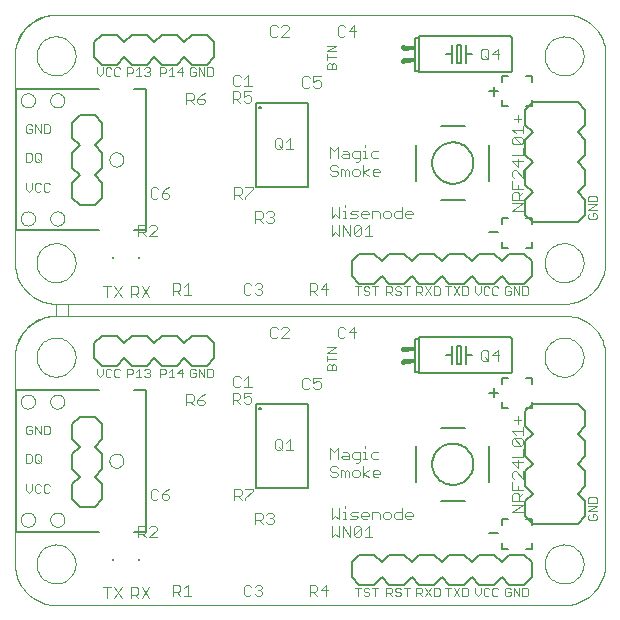
<source format=gto>
G75*
G70*
%OFA0B0*%
%FSLAX24Y24*%
%IPPOS*%
%LPD*%
%AMOC8*
5,1,8,0,0,1.08239X$1,22.5*
%
%ADD10C,0.0000*%
%ADD11C,0.0000*%
%ADD12C,0.0030*%
%ADD13C,0.0080*%
%ADD14C,0.0060*%
%ADD15R,0.0079X0.0079*%
%ADD16C,0.0050*%
%ADD17C,0.0160*%
%ADD18R,0.0230X0.0160*%
%ADD19C,0.0040*%
%ADD20C,0.0000*%
%ADD21C,0.0030*%
%ADD22C,0.0080*%
%ADD23C,0.0060*%
%ADD24R,0.0079X0.0079*%
%ADD25C,0.0050*%
%ADD26C,0.0160*%
%ADD27R,0.0230X0.0160*%
%ADD28C,0.0040*%
D10*
X001475Y001583D02*
X001478Y001583D01*
X018407Y001583D01*
X018410Y001583D01*
X018408Y001583D02*
X018482Y001586D01*
X018556Y001593D01*
X018630Y001604D01*
X018702Y001619D01*
X018774Y001637D01*
X018845Y001660D01*
X018915Y001686D01*
X018983Y001716D01*
X019049Y001749D01*
X019114Y001786D01*
X019176Y001827D01*
X019237Y001870D01*
X019295Y001917D01*
X019350Y001967D01*
X019402Y002019D01*
X019452Y002074D01*
X019499Y002132D01*
X019542Y002193D01*
X019583Y002255D01*
X019620Y002320D01*
X019653Y002386D01*
X019683Y002454D01*
X019709Y002524D01*
X019732Y002595D01*
X019750Y002667D01*
X019765Y002739D01*
X019776Y002813D01*
X019783Y002887D01*
X019786Y002961D01*
X019785Y002961D02*
X019785Y002958D01*
X019785Y002961D02*
X019785Y009812D01*
X019785Y009857D01*
X019785Y009812D02*
X019787Y009884D01*
X019785Y009955D01*
X019780Y010027D01*
X019771Y010098D01*
X019758Y010169D01*
X019741Y010238D01*
X019720Y010307D01*
X019696Y010375D01*
X019669Y010441D01*
X019637Y010505D01*
X019603Y010568D01*
X019565Y010629D01*
X019524Y010688D01*
X019480Y010744D01*
X019432Y010798D01*
X019382Y010849D01*
X019330Y010898D01*
X019275Y010944D01*
X019217Y010987D01*
X019157Y011026D01*
X019095Y011063D01*
X019032Y011096D01*
X018967Y011125D01*
X018900Y011151D01*
X018832Y011174D01*
X018762Y011192D01*
X018692Y011207D01*
X018621Y011219D01*
X018550Y011226D01*
X018479Y011230D01*
X018407Y011229D01*
X001872Y011229D01*
X001872Y011623D01*
X018407Y011623D01*
X018410Y011623D01*
X018407Y011229D02*
X018410Y011229D01*
X018408Y011622D02*
X018482Y011625D01*
X018556Y011632D01*
X018630Y011643D01*
X018702Y011658D01*
X018774Y011676D01*
X018845Y011699D01*
X018915Y011725D01*
X018983Y011755D01*
X019049Y011788D01*
X019114Y011825D01*
X019176Y011866D01*
X019237Y011909D01*
X019295Y011956D01*
X019350Y012006D01*
X019402Y012058D01*
X019452Y012113D01*
X019499Y012171D01*
X019542Y012232D01*
X019583Y012294D01*
X019620Y012359D01*
X019653Y012425D01*
X019683Y012493D01*
X019709Y012563D01*
X019732Y012634D01*
X019750Y012706D01*
X019765Y012778D01*
X019776Y012852D01*
X019783Y012926D01*
X019786Y013000D01*
X019785Y013001D02*
X019785Y012998D01*
X019785Y013001D02*
X019785Y019851D01*
X019785Y019897D01*
X019785Y019851D02*
X019787Y019923D01*
X019785Y019994D01*
X019780Y020066D01*
X019771Y020137D01*
X019758Y020208D01*
X019741Y020277D01*
X019720Y020346D01*
X019696Y020414D01*
X019669Y020480D01*
X019637Y020544D01*
X019603Y020607D01*
X019565Y020668D01*
X019524Y020727D01*
X019480Y020783D01*
X019432Y020837D01*
X019382Y020888D01*
X019330Y020937D01*
X019275Y020983D01*
X019217Y021026D01*
X019157Y021065D01*
X019095Y021102D01*
X019032Y021135D01*
X018967Y021164D01*
X018900Y021190D01*
X018832Y021213D01*
X018762Y021231D01*
X018692Y021246D01*
X018621Y021258D01*
X018550Y021265D01*
X018479Y021269D01*
X018407Y021268D01*
X018410Y021268D01*
X018407Y021268D02*
X001478Y021268D01*
X001475Y021268D01*
X001478Y021269D02*
X001404Y021266D01*
X001330Y021259D01*
X001256Y021248D01*
X001184Y021233D01*
X001112Y021215D01*
X001041Y021192D01*
X000971Y021166D01*
X000903Y021136D01*
X000837Y021103D01*
X000772Y021066D01*
X000710Y021025D01*
X000649Y020982D01*
X000591Y020935D01*
X000536Y020885D01*
X000484Y020833D01*
X000434Y020778D01*
X000387Y020720D01*
X000344Y020659D01*
X000303Y020597D01*
X000266Y020532D01*
X000233Y020466D01*
X000203Y020398D01*
X000177Y020328D01*
X000154Y020257D01*
X000136Y020185D01*
X000121Y020113D01*
X000110Y020039D01*
X000103Y019965D01*
X000100Y019891D01*
X000100Y019890D02*
X000100Y019894D01*
X000100Y019890D02*
X000100Y013040D01*
X000100Y012998D01*
X000100Y013040D02*
X000101Y012967D01*
X000106Y012893D01*
X000114Y012821D01*
X000127Y012749D01*
X000143Y012677D01*
X000162Y012607D01*
X000186Y012537D01*
X000213Y012469D01*
X000244Y012403D01*
X000278Y012338D01*
X000315Y012275D01*
X000356Y012214D01*
X000399Y012156D01*
X000446Y012099D01*
X000496Y012045D01*
X000548Y011994D01*
X000603Y011946D01*
X000660Y011901D01*
X000720Y011858D01*
X000782Y011819D01*
X000846Y011783D01*
X000911Y011751D01*
X000979Y011722D01*
X001047Y011697D01*
X001117Y011675D01*
X001188Y011657D01*
X001260Y011642D01*
X001332Y011632D01*
X001405Y011625D01*
X001478Y011622D01*
X001478Y011623D02*
X001478Y011229D01*
X001475Y011229D01*
X001475Y011623D02*
X001478Y011623D01*
X001478Y011229D02*
X001404Y011226D01*
X001330Y011219D01*
X001256Y011208D01*
X001184Y011193D01*
X001112Y011175D01*
X001041Y011152D01*
X000971Y011126D01*
X000903Y011096D01*
X000837Y011063D01*
X000772Y011026D01*
X000710Y010985D01*
X000649Y010942D01*
X000591Y010895D01*
X000536Y010845D01*
X000484Y010793D01*
X000434Y010738D01*
X000387Y010680D01*
X000344Y010619D01*
X000303Y010557D01*
X000266Y010492D01*
X000233Y010426D01*
X000203Y010358D01*
X000177Y010288D01*
X000154Y010217D01*
X000136Y010145D01*
X000121Y010073D01*
X000110Y009999D01*
X000103Y009925D01*
X000100Y009851D01*
X000100Y009854D01*
X000100Y009851D02*
X000100Y003001D01*
X000100Y002958D01*
X000100Y003001D02*
X000101Y002928D01*
X000106Y002854D01*
X000114Y002782D01*
X000127Y002710D01*
X000143Y002638D01*
X000162Y002568D01*
X000186Y002498D01*
X000213Y002430D01*
X000244Y002364D01*
X000278Y002299D01*
X000315Y002236D01*
X000356Y002175D01*
X000399Y002117D01*
X000446Y002060D01*
X000496Y002006D01*
X000548Y001955D01*
X000603Y001907D01*
X000660Y001862D01*
X000720Y001819D01*
X000782Y001780D01*
X000846Y001744D01*
X000911Y001712D01*
X000979Y001683D01*
X001047Y001658D01*
X001117Y001636D01*
X001188Y001618D01*
X001260Y001603D01*
X001332Y001593D01*
X001405Y001586D01*
X001478Y001583D01*
D11*
X1475Y1583D02*
X1478Y1583D01*
X18407Y1583D01*
X18410Y1583D01*
X17760Y2958D02*
X17762Y3008D01*
X17768Y3058D01*
X17778Y3108D01*
X17791Y3156D01*
X17808Y3204D01*
X17829Y3250D01*
X17853Y3294D01*
X17881Y3336D01*
X17912Y3376D01*
X17946Y3413D01*
X17983Y3448D01*
X18022Y3479D01*
X18063Y3508D01*
X18107Y3533D01*
X18153Y3555D01*
X18200Y3573D01*
X18248Y3587D01*
X18297Y3598D01*
X18347Y3605D01*
X18397Y3608D01*
X18448Y3607D01*
X18498Y3602D01*
X18548Y3593D01*
X18596Y3581D01*
X18644Y3564D01*
X18690Y3544D01*
X18735Y3521D01*
X18778Y3494D01*
X18818Y3464D01*
X18856Y3431D01*
X18891Y3395D01*
X18924Y3356D01*
X18953Y3315D01*
X18979Y3272D01*
X19002Y3227D01*
X19021Y3180D01*
X19036Y3132D01*
X19048Y3083D01*
X19056Y3033D01*
X19060Y2983D01*
X19060Y2933D01*
X19056Y2883D01*
X19048Y2833D01*
X19036Y2784D01*
X19021Y2736D01*
X19002Y2689D01*
X18979Y2644D01*
X18953Y2601D01*
X18924Y2560D01*
X18891Y2521D01*
X18856Y2485D01*
X18818Y2452D01*
X18778Y2422D01*
X18735Y2395D01*
X18690Y2372D01*
X18644Y2352D01*
X18596Y2335D01*
X18548Y2323D01*
X18498Y2314D01*
X18448Y2309D01*
X18397Y2308D01*
X18347Y2311D01*
X18297Y2318D01*
X18248Y2329D01*
X18200Y2343D01*
X18153Y2361D01*
X18107Y2383D01*
X18063Y2408D01*
X18022Y2437D01*
X17983Y2468D01*
X17946Y2503D01*
X17912Y2540D01*
X17881Y2580D01*
X17853Y2622D01*
X17829Y2666D01*
X17808Y2712D01*
X17791Y2760D01*
X17778Y2808D01*
X17768Y2858D01*
X17762Y2908D01*
X17760Y2958D01*
X18407Y1583D02*
X18481Y1586D01*
X18555Y1593D01*
X18629Y1604D01*
X18701Y1619D01*
X18773Y1637D01*
X18844Y1660D01*
X18914Y1686D01*
X18982Y1716D01*
X19048Y1749D01*
X19113Y1786D01*
X19175Y1827D01*
X19236Y1870D01*
X19294Y1917D01*
X19349Y1967D01*
X19401Y2019D01*
X19451Y2074D01*
X19498Y2132D01*
X19541Y2193D01*
X19582Y2255D01*
X19619Y2320D01*
X19652Y2386D01*
X19682Y2454D01*
X19708Y2524D01*
X19731Y2595D01*
X19749Y2667D01*
X19764Y2739D01*
X19775Y2813D01*
X19782Y2887D01*
X19785Y2961D01*
X19785Y2958D01*
X19785Y2961D02*
X19785Y9812D01*
X19785Y9857D01*
X19785Y9812D02*
X19787Y9884D01*
X19785Y9955D01*
X19780Y10027D01*
X19771Y10098D01*
X19758Y10169D01*
X19741Y10238D01*
X19720Y10307D01*
X19696Y10375D01*
X19669Y10441D01*
X19637Y10505D01*
X19603Y10568D01*
X19565Y10629D01*
X19524Y10688D01*
X19480Y10744D01*
X19432Y10798D01*
X19382Y10849D01*
X19330Y10898D01*
X19275Y10944D01*
X19217Y10987D01*
X19157Y11026D01*
X19095Y11063D01*
X19032Y11096D01*
X18967Y11125D01*
X18900Y11151D01*
X18832Y11174D01*
X18762Y11192D01*
X18692Y11207D01*
X18621Y11219D01*
X18550Y11226D01*
X18479Y11230D01*
X18407Y11229D01*
X18410Y11229D01*
X18407Y11229D02*
X1478Y11229D01*
X825Y9854D02*
X827Y9904D01*
X833Y9954D01*
X843Y10004D01*
X856Y10052D01*
X873Y10100D01*
X894Y10146D01*
X918Y10190D01*
X946Y10232D01*
X977Y10272D01*
X1011Y10309D01*
X1048Y10344D01*
X1087Y10375D01*
X1128Y10404D01*
X1172Y10429D01*
X1218Y10451D01*
X1265Y10469D01*
X1313Y10483D01*
X1362Y10494D01*
X1412Y10501D01*
X1462Y10504D01*
X1513Y10503D01*
X1563Y10498D01*
X1613Y10489D01*
X1661Y10477D01*
X1709Y10460D01*
X1755Y10440D01*
X1800Y10417D01*
X1843Y10390D01*
X1883Y10360D01*
X1921Y10327D01*
X1956Y10291D01*
X1989Y10252D01*
X2018Y10211D01*
X2044Y10168D01*
X2067Y10123D01*
X2086Y10076D01*
X2101Y10028D01*
X2113Y9979D01*
X2121Y9929D01*
X2125Y9879D01*
X2125Y9829D01*
X2121Y9779D01*
X2113Y9729D01*
X2101Y9680D01*
X2086Y9632D01*
X2067Y9585D01*
X2044Y9540D01*
X2018Y9497D01*
X1989Y9456D01*
X1956Y9417D01*
X1921Y9381D01*
X1883Y9348D01*
X1843Y9318D01*
X1800Y9291D01*
X1755Y9268D01*
X1709Y9248D01*
X1661Y9231D01*
X1613Y9219D01*
X1563Y9210D01*
X1513Y9205D01*
X1462Y9204D01*
X1412Y9207D01*
X1362Y9214D01*
X1313Y9225D01*
X1265Y9239D01*
X1218Y9257D01*
X1172Y9279D01*
X1128Y9304D01*
X1087Y9333D01*
X1048Y9364D01*
X1011Y9399D01*
X977Y9436D01*
X946Y9476D01*
X918Y9518D01*
X894Y9562D01*
X873Y9608D01*
X856Y9656D01*
X843Y9704D01*
X833Y9754D01*
X827Y9804D01*
X825Y9854D01*
X100Y9851D02*
X102Y9923D01*
X108Y9995D01*
X117Y10067D01*
X130Y10138D01*
X147Y10208D01*
X167Y10277D01*
X192Y10345D01*
X219Y10411D01*
X250Y10477D01*
X285Y10540D01*
X322Y10602D01*
X363Y10661D01*
X407Y10718D01*
X454Y10773D01*
X504Y10825D01*
X556Y10875D01*
X611Y10922D01*
X668Y10966D01*
X727Y11007D01*
X789Y11044D01*
X852Y11079D01*
X918Y11110D01*
X984Y11137D01*
X1052Y11162D01*
X1121Y11182D01*
X1191Y11199D01*
X1262Y11212D01*
X1334Y11221D01*
X1406Y11227D01*
X1478Y11229D01*
X100Y9854D02*
X100Y9851D01*
X100Y3001D01*
X100Y2958D01*
X825Y2958D02*
X827Y3008D01*
X833Y3058D01*
X843Y3108D01*
X856Y3156D01*
X873Y3204D01*
X894Y3250D01*
X918Y3294D01*
X946Y3336D01*
X977Y3376D01*
X1011Y3413D01*
X1048Y3448D01*
X1087Y3479D01*
X1128Y3508D01*
X1172Y3533D01*
X1218Y3555D01*
X1265Y3573D01*
X1313Y3587D01*
X1362Y3598D01*
X1412Y3605D01*
X1462Y3608D01*
X1513Y3607D01*
X1563Y3602D01*
X1613Y3593D01*
X1661Y3581D01*
X1709Y3564D01*
X1755Y3544D01*
X1800Y3521D01*
X1843Y3494D01*
X1883Y3464D01*
X1921Y3431D01*
X1956Y3395D01*
X1989Y3356D01*
X2018Y3315D01*
X2044Y3272D01*
X2067Y3227D01*
X2086Y3180D01*
X2101Y3132D01*
X2113Y3083D01*
X2121Y3033D01*
X2125Y2983D01*
X2125Y2933D01*
X2121Y2883D01*
X2113Y2833D01*
X2101Y2784D01*
X2086Y2736D01*
X2067Y2689D01*
X2044Y2644D01*
X2018Y2601D01*
X1989Y2560D01*
X1956Y2521D01*
X1921Y2485D01*
X1883Y2452D01*
X1843Y2422D01*
X1800Y2395D01*
X1755Y2372D01*
X1709Y2352D01*
X1661Y2335D01*
X1613Y2323D01*
X1563Y2314D01*
X1513Y2309D01*
X1462Y2308D01*
X1412Y2311D01*
X1362Y2318D01*
X1313Y2329D01*
X1265Y2343D01*
X1218Y2361D01*
X1172Y2383D01*
X1128Y2408D01*
X1087Y2437D01*
X1048Y2468D01*
X1011Y2503D01*
X977Y2540D01*
X946Y2580D01*
X918Y2622D01*
X894Y2666D01*
X873Y2712D01*
X856Y2760D01*
X843Y2808D01*
X833Y2858D01*
X827Y2908D01*
X825Y2958D01*
X99Y3001D02*
X100Y2928D01*
X105Y2854D01*
X113Y2782D01*
X126Y2710D01*
X142Y2638D01*
X161Y2568D01*
X185Y2498D01*
X212Y2430D01*
X243Y2364D01*
X277Y2299D01*
X314Y2236D01*
X355Y2175D01*
X398Y2117D01*
X445Y2060D01*
X495Y2006D01*
X547Y1955D01*
X602Y1907D01*
X659Y1862D01*
X719Y1819D01*
X781Y1780D01*
X845Y1744D01*
X910Y1712D01*
X978Y1683D01*
X1046Y1658D01*
X1116Y1636D01*
X1187Y1618D01*
X1259Y1603D01*
X1331Y1593D01*
X1404Y1586D01*
X1477Y1583D01*
X1281Y4434D02*
X1283Y4464D01*
X1289Y4494D01*
X1298Y4523D01*
X1311Y4550D01*
X1328Y4575D01*
X1347Y4598D01*
X1370Y4619D01*
X1395Y4636D01*
X1421Y4650D01*
X1450Y4660D01*
X1479Y4667D01*
X1509Y4670D01*
X1540Y4669D01*
X1570Y4664D01*
X1599Y4655D01*
X1626Y4643D01*
X1652Y4628D01*
X1676Y4609D01*
X1697Y4587D01*
X1715Y4563D01*
X1730Y4536D01*
X1741Y4508D01*
X1749Y4479D01*
X1753Y4449D01*
X1753Y4419D01*
X1749Y4389D01*
X1741Y4360D01*
X1730Y4332D01*
X1715Y4305D01*
X1697Y4281D01*
X1676Y4259D01*
X1652Y4240D01*
X1626Y4225D01*
X1599Y4213D01*
X1570Y4204D01*
X1540Y4199D01*
X1509Y4198D01*
X1479Y4201D01*
X1450Y4208D01*
X1421Y4218D01*
X1395Y4232D01*
X1370Y4249D01*
X1347Y4270D01*
X1328Y4293D01*
X1311Y4318D01*
X1298Y4345D01*
X1289Y4374D01*
X1283Y4404D01*
X1281Y4434D01*
X297Y4434D02*
X299Y4464D01*
X305Y4494D01*
X314Y4523D01*
X327Y4550D01*
X344Y4575D01*
X363Y4598D01*
X386Y4619D01*
X411Y4636D01*
X437Y4650D01*
X466Y4660D01*
X495Y4667D01*
X525Y4670D01*
X556Y4669D01*
X586Y4664D01*
X615Y4655D01*
X642Y4643D01*
X668Y4628D01*
X692Y4609D01*
X713Y4587D01*
X731Y4563D01*
X746Y4536D01*
X757Y4508D01*
X765Y4479D01*
X769Y4449D01*
X769Y4419D01*
X765Y4389D01*
X757Y4360D01*
X746Y4332D01*
X731Y4305D01*
X713Y4281D01*
X692Y4259D01*
X668Y4240D01*
X642Y4225D01*
X615Y4213D01*
X586Y4204D01*
X556Y4199D01*
X525Y4198D01*
X495Y4201D01*
X466Y4208D01*
X437Y4218D01*
X411Y4232D01*
X386Y4249D01*
X363Y4270D01*
X344Y4293D01*
X327Y4318D01*
X314Y4345D01*
X305Y4374D01*
X299Y4404D01*
X297Y4434D01*
X3250Y6402D02*
X3252Y6432D01*
X3258Y6462D01*
X3267Y6491D01*
X3280Y6518D01*
X3297Y6543D01*
X3316Y6566D01*
X3339Y6587D01*
X3364Y6604D01*
X3390Y6618D01*
X3419Y6628D01*
X3448Y6635D01*
X3478Y6638D01*
X3509Y6637D01*
X3539Y6632D01*
X3568Y6623D01*
X3595Y6611D01*
X3621Y6596D01*
X3645Y6577D01*
X3666Y6555D01*
X3684Y6531D01*
X3699Y6504D01*
X3710Y6476D01*
X3718Y6447D01*
X3722Y6417D01*
X3722Y6387D01*
X3718Y6357D01*
X3710Y6328D01*
X3699Y6300D01*
X3684Y6273D01*
X3666Y6249D01*
X3645Y6227D01*
X3621Y6208D01*
X3595Y6193D01*
X3568Y6181D01*
X3539Y6172D01*
X3509Y6167D01*
X3478Y6166D01*
X3448Y6169D01*
X3419Y6176D01*
X3390Y6186D01*
X3364Y6200D01*
X3339Y6217D01*
X3316Y6238D01*
X3297Y6261D01*
X3280Y6286D01*
X3267Y6313D01*
X3258Y6342D01*
X3252Y6372D01*
X3250Y6402D01*
X1281Y8371D02*
X1283Y8401D01*
X1289Y8431D01*
X1298Y8460D01*
X1311Y8487D01*
X1328Y8512D01*
X1347Y8535D01*
X1370Y8556D01*
X1395Y8573D01*
X1421Y8587D01*
X1450Y8597D01*
X1479Y8604D01*
X1509Y8607D01*
X1540Y8606D01*
X1570Y8601D01*
X1599Y8592D01*
X1626Y8580D01*
X1652Y8565D01*
X1676Y8546D01*
X1697Y8524D01*
X1715Y8500D01*
X1730Y8473D01*
X1741Y8445D01*
X1749Y8416D01*
X1753Y8386D01*
X1753Y8356D01*
X1749Y8326D01*
X1741Y8297D01*
X1730Y8269D01*
X1715Y8242D01*
X1697Y8218D01*
X1676Y8196D01*
X1652Y8177D01*
X1626Y8162D01*
X1599Y8150D01*
X1570Y8141D01*
X1540Y8136D01*
X1509Y8135D01*
X1479Y8138D01*
X1450Y8145D01*
X1421Y8155D01*
X1395Y8169D01*
X1370Y8186D01*
X1347Y8207D01*
X1328Y8230D01*
X1311Y8255D01*
X1298Y8282D01*
X1289Y8311D01*
X1283Y8341D01*
X1281Y8371D01*
X297Y8371D02*
X299Y8401D01*
X305Y8431D01*
X314Y8460D01*
X327Y8487D01*
X344Y8512D01*
X363Y8535D01*
X386Y8556D01*
X411Y8573D01*
X437Y8587D01*
X466Y8597D01*
X495Y8604D01*
X525Y8607D01*
X556Y8606D01*
X586Y8601D01*
X615Y8592D01*
X642Y8580D01*
X668Y8565D01*
X692Y8546D01*
X713Y8524D01*
X731Y8500D01*
X746Y8473D01*
X757Y8445D01*
X765Y8416D01*
X769Y8386D01*
X769Y8356D01*
X765Y8326D01*
X757Y8297D01*
X746Y8269D01*
X731Y8242D01*
X713Y8218D01*
X692Y8196D01*
X668Y8177D01*
X642Y8162D01*
X615Y8150D01*
X586Y8141D01*
X556Y8136D01*
X525Y8135D01*
X495Y8138D01*
X466Y8145D01*
X437Y8155D01*
X411Y8169D01*
X386Y8186D01*
X363Y8207D01*
X344Y8230D01*
X327Y8255D01*
X314Y8282D01*
X305Y8311D01*
X299Y8341D01*
X297Y8371D01*
X17757Y9851D02*
X17759Y9901D01*
X17765Y9951D01*
X17775Y10001D01*
X17788Y10049D01*
X17805Y10097D01*
X17826Y10143D01*
X17850Y10187D01*
X17878Y10229D01*
X17909Y10269D01*
X17943Y10306D01*
X17980Y10341D01*
X18019Y10372D01*
X18060Y10401D01*
X18104Y10426D01*
X18150Y10448D01*
X18197Y10466D01*
X18245Y10480D01*
X18294Y10491D01*
X18344Y10498D01*
X18394Y10501D01*
X18445Y10500D01*
X18495Y10495D01*
X18545Y10486D01*
X18593Y10474D01*
X18641Y10457D01*
X18687Y10437D01*
X18732Y10414D01*
X18775Y10387D01*
X18815Y10357D01*
X18853Y10324D01*
X18888Y10288D01*
X18921Y10249D01*
X18950Y10208D01*
X18976Y10165D01*
X18999Y10120D01*
X19018Y10073D01*
X19033Y10025D01*
X19045Y9976D01*
X19053Y9926D01*
X19057Y9876D01*
X19057Y9826D01*
X19053Y9776D01*
X19045Y9726D01*
X19033Y9677D01*
X19018Y9629D01*
X18999Y9582D01*
X18976Y9537D01*
X18950Y9494D01*
X18921Y9453D01*
X18888Y9414D01*
X18853Y9378D01*
X18815Y9345D01*
X18775Y9315D01*
X18732Y9288D01*
X18687Y9265D01*
X18641Y9245D01*
X18593Y9228D01*
X18545Y9216D01*
X18495Y9207D01*
X18445Y9202D01*
X18394Y9201D01*
X18344Y9204D01*
X18294Y9211D01*
X18245Y9222D01*
X18197Y9236D01*
X18150Y9254D01*
X18104Y9276D01*
X18060Y9301D01*
X18019Y9330D01*
X17980Y9361D01*
X17943Y9396D01*
X17909Y9433D01*
X17878Y9473D01*
X17850Y9515D01*
X17826Y9559D01*
X17805Y9605D01*
X17788Y9653D01*
X17775Y9701D01*
X17765Y9751D01*
X17759Y9801D01*
X17757Y9851D01*
D12*
X16860Y7887D02*
X16860Y7640D01*
X16983Y7763D02*
X16736Y7763D01*
X17045Y7519D02*
X17045Y7272D01*
X17045Y7395D02*
X16674Y7395D01*
X16798Y7272D01*
X16736Y7150D02*
X16674Y7089D01*
X16674Y6965D01*
X16736Y6903D01*
X16983Y6903D01*
X16736Y7150D01*
X16983Y7150D01*
X17045Y7089D01*
X17045Y6965D01*
X16983Y6903D01*
X17045Y6782D02*
X17045Y6535D01*
X16674Y6535D01*
X16674Y6352D02*
X16860Y6167D01*
X16860Y6414D01*
X17045Y6352D02*
X16674Y6352D01*
X16736Y6045D02*
X16674Y5984D01*
X16674Y5860D01*
X16736Y5798D01*
X16674Y5677D02*
X16674Y5430D01*
X17045Y5430D01*
X17045Y5309D02*
X16921Y5185D01*
X16921Y5247D02*
X16921Y5062D01*
X17045Y5062D02*
X16674Y5062D01*
X16674Y5247D01*
X16736Y5309D01*
X16860Y5309D01*
X16921Y5247D01*
X16860Y5430D02*
X16860Y5554D01*
X17045Y5798D02*
X16798Y6045D01*
X16736Y6045D01*
X17045Y6045D02*
X17045Y5798D01*
X17045Y4940D02*
X16674Y4940D01*
X16674Y4694D02*
X17045Y4940D01*
X17045Y4694D02*
X16674Y4694D01*
X19214Y4709D02*
X19505Y4903D01*
X19214Y4903D01*
X19214Y5004D02*
X19214Y5149D01*
X19263Y5197D01*
X19456Y5197D01*
X19505Y5149D01*
X19505Y5004D01*
X19214Y5004D01*
X19214Y4709D02*
X19505Y4709D01*
X19456Y4608D02*
X19360Y4608D01*
X19360Y4511D01*
X19456Y4414D02*
X19263Y4414D01*
X19214Y4463D01*
X19214Y4560D01*
X19263Y4608D01*
X19456Y4608D02*
X19505Y4560D01*
X19505Y4463D01*
X19456Y4414D01*
X17165Y2169D02*
X17020Y2169D01*
X17020Y1878D01*
X17165Y1878D01*
X17214Y1927D01*
X17214Y2120D01*
X17165Y2169D01*
X16919Y2169D02*
X16919Y1878D01*
X16725Y2169D01*
X16725Y1878D01*
X16624Y1927D02*
X16624Y2023D01*
X16528Y2023D01*
X16624Y1927D02*
X16576Y1878D01*
X16479Y1878D01*
X16431Y1927D01*
X16431Y2120D01*
X16479Y2169D01*
X16576Y2169D01*
X16624Y2120D01*
X16214Y2120D02*
X16165Y2169D01*
X16068Y2169D01*
X16020Y2120D01*
X16020Y1927D01*
X16068Y1878D01*
X16165Y1878D01*
X16214Y1927D01*
X15919Y1927D02*
X15871Y1878D01*
X15774Y1878D01*
X15725Y1927D01*
X15725Y2120D01*
X15774Y2169D01*
X15871Y2169D01*
X15919Y2120D01*
X15624Y2169D02*
X15624Y1975D01*
X15528Y1878D01*
X15431Y1975D01*
X15431Y2169D01*
X15214Y2120D02*
X15165Y2169D01*
X15020Y2169D01*
X15020Y1878D01*
X15165Y1878D01*
X15214Y1927D01*
X15214Y2120D01*
X14919Y2169D02*
X14725Y1878D01*
X14919Y1878D02*
X14725Y2169D01*
X14624Y2169D02*
X14431Y2169D01*
X14528Y2169D02*
X14528Y1878D01*
X14264Y1927D02*
X14264Y2120D01*
X14215Y2169D01*
X14070Y2169D01*
X14070Y1878D01*
X14215Y1878D01*
X14264Y1927D01*
X13969Y1878D02*
X13775Y2169D01*
X13674Y2120D02*
X13674Y2023D01*
X13626Y1975D01*
X13481Y1975D01*
X13578Y1975D02*
X13674Y1878D01*
X13775Y1878D02*
X13969Y2169D01*
X13674Y2120D02*
X13626Y2169D01*
X13481Y2169D01*
X13481Y1878D01*
X13167Y1878D02*
X13167Y2169D01*
X13070Y2169D02*
X13264Y2169D01*
X12969Y2120D02*
X12921Y2169D01*
X12824Y2169D01*
X12775Y2120D01*
X12775Y2072D01*
X12824Y2023D01*
X12921Y2023D01*
X12969Y1975D01*
X12969Y1927D01*
X12921Y1878D01*
X12824Y1878D01*
X12775Y1927D01*
X12674Y1878D02*
X12578Y1975D01*
X12626Y1975D02*
X12481Y1975D01*
X12481Y1878D02*
X12481Y2169D01*
X12626Y2169D01*
X12674Y2120D01*
X12674Y2023D01*
X12626Y1975D01*
X12214Y2169D02*
X12020Y2169D01*
X12117Y2169D02*
X12117Y1878D01*
X11919Y1927D02*
X11871Y1878D01*
X11774Y1878D01*
X11725Y1927D01*
X11774Y2023D02*
X11725Y2072D01*
X11725Y2120D01*
X11774Y2169D01*
X11871Y2169D01*
X11919Y2120D01*
X11871Y2023D02*
X11919Y1975D01*
X11919Y1927D01*
X11871Y2023D02*
X11774Y2023D01*
X11528Y1878D02*
X11528Y2169D01*
X11624Y2169D02*
X11431Y2169D01*
X10543Y2083D02*
X10296Y2083D01*
X10482Y2269D01*
X10482Y1898D01*
X10175Y1898D02*
X10052Y2022D01*
X10113Y2022D02*
X9928Y2022D01*
X9928Y1898D02*
X9928Y2269D01*
X10113Y2269D01*
X10175Y2207D01*
X10175Y2083D01*
X10113Y2022D01*
X8343Y2022D02*
X8343Y1960D01*
X8282Y1898D01*
X8158Y1898D01*
X8096Y1960D01*
X7975Y1960D02*
X7913Y1898D01*
X7790Y1898D01*
X7728Y1960D01*
X7728Y2207D01*
X7790Y2269D01*
X7913Y2269D01*
X7975Y2207D01*
X8096Y2207D02*
X8158Y2269D01*
X8282Y2269D01*
X8343Y2207D01*
X8343Y2145D01*
X8282Y2083D01*
X8343Y2022D01*
X8282Y2083D02*
X8220Y2083D01*
X5987Y1898D02*
X5740Y1898D01*
X5618Y1898D02*
X5495Y2021D01*
X5557Y2021D02*
X5371Y2021D01*
X5371Y1898D02*
X5371Y2268D01*
X5557Y2268D01*
X5618Y2207D01*
X5618Y2083D01*
X5557Y2021D01*
X5740Y2145D02*
X5863Y2268D01*
X5863Y1898D01*
X4588Y1808D02*
X4341Y2178D01*
X4219Y2116D02*
X4219Y1993D01*
X4158Y1931D01*
X3973Y1931D01*
X4096Y1931D02*
X4219Y1808D01*
X4341Y1808D02*
X4588Y2178D01*
X4219Y2116D02*
X4158Y2178D01*
X3973Y2178D01*
X3973Y1808D01*
X3670Y1808D02*
X3423Y2178D01*
X3301Y2178D02*
X3054Y2178D01*
X3178Y2178D02*
X3178Y1808D01*
X3423Y1808D02*
X3670Y2178D01*
X4212Y3846D02*
X4212Y4216D01*
X4398Y4216D01*
X4459Y4154D01*
X4459Y4031D01*
X4398Y3969D01*
X4212Y3969D01*
X4336Y3969D02*
X4459Y3846D01*
X4581Y3846D02*
X4828Y4092D01*
X4828Y4154D01*
X4766Y4216D01*
X4642Y4216D01*
X4581Y4154D01*
X4581Y3846D02*
X4828Y3846D01*
X4813Y5098D02*
X4875Y5160D01*
X4813Y5098D02*
X4690Y5098D01*
X4628Y5160D01*
X4628Y5407D01*
X4690Y5469D01*
X4813Y5469D01*
X4875Y5407D01*
X4996Y5283D02*
X5182Y5283D01*
X5243Y5222D01*
X5243Y5160D01*
X5182Y5098D01*
X5058Y5098D01*
X4996Y5160D01*
X4996Y5283D01*
X5120Y5407D01*
X5243Y5469D01*
X7415Y5469D02*
X7415Y5098D01*
X7415Y5222D02*
X7600Y5222D01*
X7662Y5283D01*
X7662Y5407D01*
X7600Y5469D01*
X7415Y5469D01*
X7538Y5222D02*
X7662Y5098D01*
X7783Y5098D02*
X7783Y5160D01*
X8030Y5407D01*
X8030Y5469D01*
X7783Y5469D01*
X8115Y4669D02*
X8300Y4669D01*
X8362Y4607D01*
X8362Y4483D01*
X8300Y4422D01*
X8115Y4422D01*
X8238Y4422D02*
X8362Y4298D01*
X8483Y4360D02*
X8545Y4298D01*
X8668Y4298D01*
X8730Y4360D01*
X8730Y4422D01*
X8668Y4483D01*
X8606Y4483D01*
X8668Y4483D02*
X8730Y4545D01*
X8730Y4607D01*
X8668Y4669D01*
X8545Y4669D01*
X8483Y4607D01*
X8115Y4669D02*
X8115Y4298D01*
X10665Y4219D02*
X10665Y3848D01*
X10788Y3972D01*
X10912Y3848D01*
X10912Y4219D01*
X11033Y4219D02*
X11280Y3848D01*
X11280Y4219D01*
X11401Y4157D02*
X11463Y4219D01*
X11587Y4219D01*
X11648Y4157D01*
X11401Y3910D01*
X11463Y3848D01*
X11587Y3848D01*
X11648Y3910D01*
X11648Y4157D01*
X11770Y4095D02*
X11893Y4219D01*
X11893Y3848D01*
X11770Y3848D02*
X12017Y3848D01*
X11401Y3910D02*
X11401Y4157D01*
X11033Y4219D02*
X11033Y3848D01*
X11033Y4448D02*
X11156Y4448D01*
X11095Y4448D02*
X11095Y4695D01*
X11033Y4695D01*
X11095Y4819D02*
X11095Y4880D01*
X10912Y4819D02*
X10912Y4448D01*
X10788Y4572D01*
X10665Y4448D01*
X10665Y4819D01*
X11279Y4633D02*
X11340Y4695D01*
X11525Y4695D01*
X11647Y4633D02*
X11709Y4695D01*
X11832Y4695D01*
X11894Y4633D01*
X11894Y4572D01*
X11647Y4572D01*
X11647Y4633D02*
X11647Y4510D01*
X11709Y4448D01*
X11832Y4448D01*
X12015Y4448D02*
X12015Y4695D01*
X12200Y4695D01*
X12262Y4633D01*
X12262Y4448D01*
X12384Y4510D02*
X12384Y4633D01*
X12445Y4695D01*
X12569Y4695D01*
X12630Y4633D01*
X12630Y4510D01*
X12569Y4448D01*
X12445Y4448D01*
X12384Y4510D01*
X12752Y4510D02*
X12752Y4633D01*
X12814Y4695D01*
X12999Y4695D01*
X12999Y4819D02*
X12999Y4448D01*
X12814Y4448D01*
X12752Y4510D01*
X13120Y4510D02*
X13120Y4633D01*
X13182Y4695D01*
X13305Y4695D01*
X13367Y4633D01*
X13367Y4572D01*
X13120Y4572D01*
X13120Y4510D02*
X13182Y4448D01*
X13305Y4448D01*
X11525Y4510D02*
X11464Y4572D01*
X11340Y4572D01*
X11279Y4633D01*
X11279Y4448D02*
X11464Y4448D01*
X11525Y4510D01*
X11537Y5848D02*
X11413Y5848D01*
X11351Y5910D01*
X11351Y6033D01*
X11413Y6095D01*
X11537Y6095D01*
X11598Y6033D01*
X11598Y5910D01*
X11537Y5848D01*
X11720Y5848D02*
X11720Y6219D01*
X11598Y6387D02*
X11598Y6695D01*
X11413Y6695D01*
X11351Y6633D01*
X11351Y6510D01*
X11413Y6448D01*
X11598Y6448D01*
X11598Y6387D02*
X11537Y6325D01*
X11475Y6325D01*
X11720Y6448D02*
X11843Y6448D01*
X11781Y6448D02*
X11781Y6695D01*
X11720Y6695D01*
X11781Y6819D02*
X11781Y6880D01*
X12027Y6695D02*
X11965Y6633D01*
X11965Y6510D01*
X12027Y6448D01*
X12212Y6448D01*
X12212Y6695D02*
X12027Y6695D01*
X11230Y6633D02*
X11230Y6448D01*
X11045Y6448D01*
X10983Y6510D01*
X11045Y6572D01*
X11230Y6572D01*
X11230Y6633D02*
X11168Y6695D01*
X11045Y6695D01*
X10862Y6819D02*
X10862Y6448D01*
X10615Y6448D02*
X10615Y6819D01*
X10738Y6695D01*
X10862Y6819D01*
X10800Y6219D02*
X10676Y6219D01*
X10615Y6157D01*
X10615Y6095D01*
X10676Y6033D01*
X10800Y6033D01*
X10862Y5972D01*
X10862Y5910D01*
X10800Y5848D01*
X10676Y5848D01*
X10615Y5910D01*
X10862Y6157D02*
X10800Y6219D01*
X10983Y6095D02*
X11045Y6095D01*
X11106Y6033D01*
X11168Y6095D01*
X11230Y6033D01*
X11230Y5848D01*
X11106Y5848D02*
X11106Y6033D01*
X10983Y6095D02*
X10983Y5848D01*
X11720Y5972D02*
X11905Y6095D01*
X12027Y6033D02*
X12088Y6095D01*
X12212Y6095D01*
X12273Y6033D01*
X12273Y5972D01*
X12027Y5972D01*
X12027Y6033D02*
X12027Y5910D01*
X12088Y5848D01*
X12212Y5848D01*
X11905Y5848D02*
X11720Y5972D01*
X9386Y6750D02*
X9139Y6750D01*
X9018Y6750D02*
X8894Y6873D01*
X8832Y6750D02*
X8771Y6812D01*
X8771Y7058D01*
X8832Y7120D01*
X8956Y7120D01*
X9018Y7058D01*
X9018Y6812D01*
X8956Y6750D01*
X8832Y6750D01*
X9139Y6997D02*
X9262Y7120D01*
X9262Y6750D01*
X7918Y8298D02*
X7795Y8298D01*
X7733Y8360D01*
X7733Y8483D02*
X7856Y8545D01*
X7918Y8545D01*
X7980Y8483D01*
X7980Y8360D01*
X7918Y8298D01*
X7733Y8483D02*
X7733Y8669D01*
X7980Y8669D01*
X7993Y8848D02*
X7746Y8848D01*
X7870Y8848D02*
X7870Y9219D01*
X7746Y9095D01*
X7625Y9157D02*
X7563Y9219D01*
X7440Y9219D01*
X7378Y9157D01*
X7378Y8910D01*
X7440Y8848D01*
X7563Y8848D01*
X7625Y8910D01*
X7550Y8669D02*
X7365Y8669D01*
X7365Y8298D01*
X7365Y8422D02*
X7550Y8422D01*
X7612Y8483D01*
X7612Y8607D01*
X7550Y8669D01*
X7488Y8422D02*
X7612Y8298D01*
X6430Y8310D02*
X6430Y8372D01*
X6368Y8433D01*
X6183Y8433D01*
X6183Y8310D01*
X6245Y8248D01*
X6368Y8248D01*
X6430Y8310D01*
X6183Y8433D02*
X6306Y8557D01*
X6430Y8619D01*
X6062Y8557D02*
X6062Y8433D01*
X6000Y8372D01*
X5815Y8372D01*
X5938Y8372D02*
X6062Y8248D01*
X5815Y8248D02*
X5815Y8619D01*
X6000Y8619D01*
X6062Y8557D01*
X6079Y9178D02*
X6127Y9227D01*
X6127Y9323D01*
X6031Y9323D01*
X5934Y9227D02*
X5934Y9420D01*
X5982Y9469D01*
X6079Y9469D01*
X6127Y9420D01*
X6229Y9469D02*
X6422Y9178D01*
X6422Y9469D01*
X6523Y9469D02*
X6668Y9469D01*
X6717Y9420D01*
X6717Y9227D01*
X6668Y9178D01*
X6523Y9178D01*
X6523Y9469D01*
X6229Y9469D02*
X6229Y9178D01*
X6079Y9178D02*
X5982Y9178D01*
X5934Y9227D01*
X5717Y9323D02*
X5523Y9323D01*
X5668Y9469D01*
X5668Y9178D01*
X5422Y9178D02*
X5229Y9178D01*
X5325Y9178D02*
X5325Y9469D01*
X5229Y9372D01*
X5127Y9420D02*
X5127Y9323D01*
X5079Y9275D01*
X4934Y9275D01*
X4934Y9178D02*
X4934Y9469D01*
X5079Y9469D01*
X5127Y9420D01*
X4617Y9420D02*
X4617Y9372D01*
X4568Y9323D01*
X4617Y9275D01*
X4617Y9227D01*
X4568Y9178D01*
X4472Y9178D01*
X4423Y9227D01*
X4322Y9178D02*
X4129Y9178D01*
X4225Y9178D02*
X4225Y9469D01*
X4129Y9372D01*
X4027Y9420D02*
X4027Y9323D01*
X3979Y9275D01*
X3834Y9275D01*
X3834Y9178D02*
X3834Y9469D01*
X3979Y9469D01*
X4027Y9420D01*
X4423Y9420D02*
X4472Y9469D01*
X4568Y9469D01*
X4617Y9420D01*
X4568Y9323D02*
X4520Y9323D01*
X3617Y9227D02*
X3568Y9178D01*
X3472Y9178D01*
X3423Y9227D01*
X3423Y9420D01*
X3472Y9469D01*
X3568Y9469D01*
X3617Y9420D01*
X3322Y9420D02*
X3274Y9469D01*
X3177Y9469D01*
X3129Y9420D01*
X3129Y9227D01*
X3177Y9178D01*
X3274Y9178D01*
X3322Y9227D01*
X3027Y9275D02*
X2931Y9178D01*
X2834Y9275D01*
X2834Y9469D01*
X3027Y9469D02*
X3027Y9275D01*
X1264Y7520D02*
X1215Y7569D01*
X1070Y7569D01*
X1070Y7278D01*
X1215Y7278D01*
X1264Y7327D01*
X1264Y7520D01*
X969Y7569D02*
X969Y7278D01*
X775Y7569D01*
X775Y7278D01*
X674Y7327D02*
X674Y7423D01*
X578Y7423D01*
X674Y7327D02*
X626Y7278D01*
X529Y7278D01*
X481Y7327D01*
X481Y7520D01*
X529Y7569D01*
X626Y7569D01*
X674Y7520D01*
X621Y6619D02*
X475Y6619D01*
X475Y6328D01*
X621Y6328D01*
X669Y6377D01*
X669Y6570D01*
X621Y6619D01*
X770Y6570D02*
X818Y6619D01*
X915Y6619D01*
X964Y6570D01*
X964Y6377D01*
X915Y6328D01*
X818Y6328D01*
X770Y6377D01*
X770Y6570D01*
X867Y6425D02*
X964Y6328D01*
X921Y5619D02*
X824Y5619D01*
X775Y5570D01*
X775Y5377D01*
X824Y5328D01*
X921Y5328D01*
X969Y5377D01*
X1070Y5377D02*
X1118Y5328D01*
X1215Y5328D01*
X1264Y5377D01*
X1264Y5570D02*
X1215Y5619D01*
X1118Y5619D01*
X1070Y5570D01*
X1070Y5377D01*
X969Y5570D02*
X921Y5619D01*
X674Y5619D02*
X674Y5425D01*
X578Y5328D01*
X481Y5425D01*
X481Y5619D01*
X8615Y10560D02*
X8676Y10498D01*
X8800Y10498D01*
X8862Y10560D01*
X8983Y10498D02*
X9230Y10745D01*
X9230Y10807D01*
X9168Y10869D01*
X9045Y10869D01*
X8983Y10807D01*
X8862Y10807D02*
X8800Y10869D01*
X8676Y10869D01*
X8615Y10807D01*
X8615Y10560D01*
X8983Y10498D02*
X9230Y10498D01*
X10514Y10197D02*
X10805Y10197D01*
X10514Y10004D01*
X10805Y10004D01*
X10805Y9806D02*
X10514Y9806D01*
X10514Y9709D02*
X10514Y9903D01*
X10563Y9608D02*
X10611Y9608D01*
X10660Y9560D01*
X10660Y9414D01*
X10805Y9414D02*
X10514Y9414D01*
X10514Y9560D01*
X10563Y9608D01*
X10660Y9560D02*
X10708Y9608D01*
X10756Y9608D01*
X10805Y9560D01*
X10805Y9414D01*
X10293Y9169D02*
X10046Y9169D01*
X10046Y8983D01*
X10170Y9045D01*
X10232Y9045D01*
X10293Y8983D01*
X10293Y8860D01*
X10232Y8798D01*
X10108Y8798D01*
X10046Y8860D01*
X9925Y8860D02*
X9863Y8798D01*
X9740Y8798D01*
X9678Y8860D01*
X9678Y9107D01*
X9740Y9169D01*
X9863Y9169D01*
X9925Y9107D01*
X10926Y10498D02*
X11050Y10498D01*
X11112Y10560D01*
X11233Y10683D02*
X11480Y10683D01*
X11418Y10869D02*
X11233Y10683D01*
X11112Y10807D02*
X11050Y10869D01*
X10926Y10869D01*
X10865Y10807D01*
X10865Y10560D01*
X10926Y10498D01*
X11418Y10498D02*
X11418Y10869D01*
D13*
X6741Y10312D02*
X6741Y9812D01*
X6491Y9562D01*
X5991Y9562D01*
X5741Y9812D01*
X5491Y9562D01*
X4991Y9562D01*
X4741Y9812D01*
X4491Y9562D01*
X3991Y9562D01*
X3741Y9812D01*
X3491Y9562D01*
X2991Y9562D01*
X2741Y9812D01*
X2741Y10312D01*
X2991Y10562D01*
X3491Y10562D01*
X3741Y10312D01*
X3991Y10562D01*
X4491Y10562D01*
X4741Y10312D01*
X4991Y10562D01*
X5491Y10562D01*
X5741Y10312D01*
X5991Y10562D01*
X6491Y10562D01*
X6741Y10312D01*
X4470Y8764D02*
X4076Y8764D01*
X4470Y8764D02*
X4470Y4040D01*
X4076Y4040D01*
X2895Y4040D02*
X139Y4040D01*
X139Y8764D01*
X2895Y8764D01*
X2770Y7873D02*
X2270Y7873D01*
X2020Y7623D01*
X2020Y7123D01*
X2270Y6873D01*
X2020Y6623D01*
X2020Y6123D01*
X2270Y5873D01*
X2020Y5623D01*
X2020Y5123D01*
X2270Y4873D01*
X2770Y4873D01*
X3020Y5123D01*
X3020Y5623D01*
X2770Y5873D01*
X3020Y6123D01*
X3020Y6623D01*
X2770Y6873D01*
X3020Y7123D01*
X3020Y7623D01*
X2770Y7873D01*
X11327Y3009D02*
X11577Y3259D01*
X12077Y3259D01*
X12327Y3009D01*
X12577Y3259D01*
X13077Y3259D01*
X13327Y3009D01*
X13577Y3259D01*
X14077Y3259D01*
X14327Y3009D01*
X14577Y3259D01*
X15077Y3259D01*
X15327Y3009D01*
X15577Y3259D01*
X16077Y3259D01*
X16327Y3009D01*
X16577Y3259D01*
X17077Y3259D01*
X17327Y3009D01*
X17327Y2509D01*
X17077Y2259D01*
X16577Y2259D01*
X16327Y2509D01*
X16077Y2259D01*
X15577Y2259D01*
X15327Y2509D01*
X15077Y2259D01*
X14577Y2259D01*
X14327Y2509D01*
X14077Y2259D01*
X13577Y2259D01*
X13327Y2509D01*
X13077Y2259D01*
X12577Y2259D01*
X12327Y2509D01*
X12077Y2259D01*
X11577Y2259D01*
X11327Y2509D01*
X11327Y3009D01*
X14306Y5063D02*
X15093Y5063D01*
X15920Y5693D02*
X15920Y6874D01*
X15093Y7504D02*
X14306Y7504D01*
X13479Y6874D02*
X13479Y5693D01*
X14011Y6283D02*
X14013Y6335D01*
X14019Y6387D01*
X14029Y6438D01*
X14042Y6488D01*
X14060Y6538D01*
X14081Y6585D01*
X14105Y6631D01*
X14134Y6675D01*
X14165Y6717D01*
X14199Y6756D01*
X14236Y6793D01*
X14276Y6826D01*
X14319Y6857D01*
X14363Y6884D01*
X14409Y6908D01*
X14458Y6928D01*
X14507Y6944D01*
X14558Y6957D01*
X14609Y6966D01*
X14661Y6971D01*
X14713Y6972D01*
X14765Y6969D01*
X14817Y6962D01*
X14868Y6951D01*
X14918Y6937D01*
X14967Y6918D01*
X15014Y6896D01*
X15059Y6871D01*
X15103Y6842D01*
X15144Y6810D01*
X15183Y6775D01*
X15218Y6737D01*
X15251Y6696D01*
X15281Y6654D01*
X15307Y6609D01*
X15330Y6562D01*
X15349Y6513D01*
X15365Y6463D01*
X15377Y6413D01*
X15385Y6361D01*
X15389Y6309D01*
X15389Y6257D01*
X15385Y6205D01*
X15377Y6153D01*
X15365Y6103D01*
X15349Y6053D01*
X15330Y6004D01*
X15307Y5957D01*
X15281Y5912D01*
X15251Y5870D01*
X15218Y5829D01*
X15183Y5791D01*
X15144Y5756D01*
X15103Y5724D01*
X15059Y5695D01*
X15014Y5670D01*
X14967Y5648D01*
X14918Y5629D01*
X14868Y5615D01*
X14817Y5604D01*
X14765Y5597D01*
X14713Y5594D01*
X14661Y5595D01*
X14609Y5600D01*
X14558Y5609D01*
X14507Y5622D01*
X14458Y5638D01*
X14409Y5658D01*
X14363Y5682D01*
X14319Y5709D01*
X14276Y5740D01*
X14236Y5773D01*
X14199Y5810D01*
X14165Y5849D01*
X14134Y5891D01*
X14105Y5935D01*
X14081Y5981D01*
X14060Y6028D01*
X14042Y6078D01*
X14029Y6128D01*
X14019Y6179D01*
X14013Y6231D01*
X14011Y6283D01*
D14*
X17108Y6051D02*
X17108Y5551D01*
X17358Y5301D01*
X17108Y5051D01*
X17108Y4551D01*
X17358Y4301D01*
X18858Y4301D01*
X19108Y4551D01*
X19108Y5051D01*
X18858Y5301D01*
X19108Y5551D01*
X19108Y6051D01*
X18858Y6301D01*
X19108Y6551D01*
X19108Y7051D01*
X18858Y7301D01*
X19108Y7551D01*
X19108Y8051D01*
X18858Y8301D01*
X17358Y8301D01*
X17108Y8051D01*
X17108Y7551D01*
X17358Y7301D01*
X17108Y7051D01*
X17108Y6551D01*
X17358Y6301D01*
X17108Y6051D01*
X17132Y4446D02*
X17332Y4446D01*
X17332Y4246D01*
X16532Y4446D02*
X16332Y4446D01*
X16332Y4246D01*
X16332Y3646D02*
X16332Y3446D01*
X16532Y3446D01*
X17132Y3446D02*
X17332Y3446D01*
X17332Y3646D01*
X17332Y8170D02*
X17332Y8370D01*
X17332Y8170D02*
X17132Y8170D01*
X16532Y8170D02*
X16332Y8170D01*
X16332Y8370D01*
X16332Y8970D02*
X16332Y9170D01*
X16532Y9170D01*
X16575Y9315D02*
X13575Y9315D01*
X13575Y9365D01*
X13575Y10465D01*
X13575Y10515D01*
X16575Y10515D01*
X16592Y10513D01*
X16609Y10509D01*
X16625Y10502D01*
X16639Y10492D01*
X16652Y10479D01*
X16662Y10465D01*
X16669Y10449D01*
X16673Y10432D01*
X16675Y10415D01*
X16675Y9415D01*
X16673Y9398D01*
X16669Y9381D01*
X16662Y9365D01*
X16652Y9351D01*
X16639Y9338D01*
X16625Y9328D01*
X16609Y9321D01*
X16592Y9317D01*
X16575Y9315D01*
X17132Y9170D02*
X17332Y9170D01*
X17332Y8970D01*
X15325Y9915D02*
X15125Y9915D01*
X15125Y9615D01*
X14975Y9615D02*
X14975Y10215D01*
X14825Y10215D01*
X14825Y9615D01*
X14975Y9615D01*
X14675Y9615D02*
X14675Y9915D01*
X14475Y9915D01*
X14675Y9915D02*
X14675Y10215D01*
X15125Y10215D02*
X15125Y9915D01*
X13575Y9365D02*
X13425Y9365D01*
X13425Y10465D01*
X13575Y10465D01*
D15*
X4256Y3101D03*
X3371Y3101D03*
D16*
X8134Y5476D02*
X8134Y8291D01*
X9866Y8291D01*
X9866Y5476D01*
X8134Y5476D01*
X8251Y8133D02*
X8253Y8141D01*
X8258Y8148D01*
X8265Y8152D01*
X8273Y8153D01*
X8281Y8150D01*
X8287Y8145D01*
X8291Y8137D01*
X8291Y8129D01*
X8287Y8121D01*
X8281Y8116D01*
X8273Y8113D01*
X8265Y8114D01*
X8258Y8118D01*
X8253Y8125D01*
X8251Y8133D01*
X15907Y8670D02*
X16207Y8670D01*
X16057Y8820D02*
X16057Y8520D01*
X15907Y3996D02*
X16207Y3996D01*
D17*
X13225Y9715D02*
X13075Y9715D01*
X13055Y9695D01*
X13075Y10115D02*
X13055Y10135D01*
X13075Y10115D02*
X13175Y10115D01*
D18*
X13290Y10115D03*
X13290Y9715D03*
D19*
X15645Y9795D02*
X15705Y9735D01*
X15825Y9735D01*
X15885Y9795D01*
X15885Y10035D01*
X15825Y10096D01*
X15705Y10096D01*
X15645Y10035D01*
X15645Y9795D01*
X15765Y9855D02*
X15885Y9735D01*
X16193Y9735D02*
X16193Y10096D01*
X16013Y9915D01*
X16253Y9915D01*
D20*
X1475Y11623D02*
X1478Y11623D01*
X18407Y11623D01*
X18410Y11623D01*
X17760Y12998D02*
X17762Y13048D01*
X17768Y13098D01*
X17778Y13148D01*
X17791Y13196D01*
X17808Y13244D01*
X17829Y13290D01*
X17853Y13334D01*
X17881Y13376D01*
X17912Y13416D01*
X17946Y13453D01*
X17983Y13488D01*
X18022Y13519D01*
X18063Y13548D01*
X18107Y13573D01*
X18153Y13595D01*
X18200Y13613D01*
X18248Y13627D01*
X18297Y13638D01*
X18347Y13645D01*
X18397Y13648D01*
X18448Y13647D01*
X18498Y13642D01*
X18548Y13633D01*
X18596Y13621D01*
X18644Y13604D01*
X18690Y13584D01*
X18735Y13561D01*
X18778Y13534D01*
X18818Y13504D01*
X18856Y13471D01*
X18891Y13435D01*
X18924Y13396D01*
X18953Y13355D01*
X18979Y13312D01*
X19002Y13267D01*
X19021Y13220D01*
X19036Y13172D01*
X19048Y13123D01*
X19056Y13073D01*
X19060Y13023D01*
X19060Y12973D01*
X19056Y12923D01*
X19048Y12873D01*
X19036Y12824D01*
X19021Y12776D01*
X19002Y12729D01*
X18979Y12684D01*
X18953Y12641D01*
X18924Y12600D01*
X18891Y12561D01*
X18856Y12525D01*
X18818Y12492D01*
X18778Y12462D01*
X18735Y12435D01*
X18690Y12412D01*
X18644Y12392D01*
X18596Y12375D01*
X18548Y12363D01*
X18498Y12354D01*
X18448Y12349D01*
X18397Y12348D01*
X18347Y12351D01*
X18297Y12358D01*
X18248Y12369D01*
X18200Y12383D01*
X18153Y12401D01*
X18107Y12423D01*
X18063Y12448D01*
X18022Y12477D01*
X17983Y12508D01*
X17946Y12543D01*
X17912Y12580D01*
X17881Y12620D01*
X17853Y12662D01*
X17829Y12706D01*
X17808Y12752D01*
X17791Y12800D01*
X17778Y12848D01*
X17768Y12898D01*
X17762Y12948D01*
X17760Y12998D01*
X18407Y11623D02*
X18481Y11626D01*
X18555Y11633D01*
X18629Y11644D01*
X18701Y11659D01*
X18773Y11677D01*
X18844Y11700D01*
X18914Y11726D01*
X18982Y11756D01*
X19048Y11789D01*
X19113Y11826D01*
X19175Y11867D01*
X19236Y11910D01*
X19294Y11957D01*
X19349Y12007D01*
X19401Y12059D01*
X19451Y12114D01*
X19498Y12172D01*
X19541Y12233D01*
X19582Y12295D01*
X19619Y12360D01*
X19652Y12426D01*
X19682Y12494D01*
X19708Y12564D01*
X19731Y12635D01*
X19749Y12707D01*
X19764Y12779D01*
X19775Y12853D01*
X19782Y12927D01*
X19785Y13001D01*
X19785Y12998D01*
X19785Y13001D02*
X19785Y19852D01*
X19785Y19897D01*
X19785Y19852D02*
X19787Y19924D01*
X19785Y19995D01*
X19780Y20067D01*
X19771Y20138D01*
X19758Y20209D01*
X19741Y20278D01*
X19720Y20347D01*
X19696Y20415D01*
X19669Y20481D01*
X19637Y20545D01*
X19603Y20608D01*
X19565Y20669D01*
X19524Y20728D01*
X19480Y20784D01*
X19432Y20838D01*
X19382Y20889D01*
X19330Y20938D01*
X19275Y20984D01*
X19217Y21027D01*
X19157Y21066D01*
X19095Y21103D01*
X19032Y21136D01*
X18967Y21165D01*
X18900Y21191D01*
X18832Y21214D01*
X18762Y21232D01*
X18692Y21247D01*
X18621Y21259D01*
X18550Y21266D01*
X18479Y21270D01*
X18407Y21269D01*
X18410Y21269D01*
X18407Y21269D02*
X1478Y21269D01*
X825Y19894D02*
X827Y19944D01*
X833Y19994D01*
X843Y20044D01*
X856Y20092D01*
X873Y20140D01*
X894Y20186D01*
X918Y20230D01*
X946Y20272D01*
X977Y20312D01*
X1011Y20349D01*
X1048Y20384D01*
X1087Y20415D01*
X1128Y20444D01*
X1172Y20469D01*
X1218Y20491D01*
X1265Y20509D01*
X1313Y20523D01*
X1362Y20534D01*
X1412Y20541D01*
X1462Y20544D01*
X1513Y20543D01*
X1563Y20538D01*
X1613Y20529D01*
X1661Y20517D01*
X1709Y20500D01*
X1755Y20480D01*
X1800Y20457D01*
X1843Y20430D01*
X1883Y20400D01*
X1921Y20367D01*
X1956Y20331D01*
X1989Y20292D01*
X2018Y20251D01*
X2044Y20208D01*
X2067Y20163D01*
X2086Y20116D01*
X2101Y20068D01*
X2113Y20019D01*
X2121Y19969D01*
X2125Y19919D01*
X2125Y19869D01*
X2121Y19819D01*
X2113Y19769D01*
X2101Y19720D01*
X2086Y19672D01*
X2067Y19625D01*
X2044Y19580D01*
X2018Y19537D01*
X1989Y19496D01*
X1956Y19457D01*
X1921Y19421D01*
X1883Y19388D01*
X1843Y19358D01*
X1800Y19331D01*
X1755Y19308D01*
X1709Y19288D01*
X1661Y19271D01*
X1613Y19259D01*
X1563Y19250D01*
X1513Y19245D01*
X1462Y19244D01*
X1412Y19247D01*
X1362Y19254D01*
X1313Y19265D01*
X1265Y19279D01*
X1218Y19297D01*
X1172Y19319D01*
X1128Y19344D01*
X1087Y19373D01*
X1048Y19404D01*
X1011Y19439D01*
X977Y19476D01*
X946Y19516D01*
X918Y19558D01*
X894Y19602D01*
X873Y19648D01*
X856Y19696D01*
X843Y19744D01*
X833Y19794D01*
X827Y19844D01*
X825Y19894D01*
X100Y19891D02*
X102Y19963D01*
X108Y20035D01*
X117Y20107D01*
X130Y20178D01*
X147Y20248D01*
X167Y20317D01*
X192Y20385D01*
X219Y20451D01*
X250Y20517D01*
X285Y20580D01*
X322Y20642D01*
X363Y20701D01*
X407Y20758D01*
X454Y20813D01*
X504Y20865D01*
X556Y20915D01*
X611Y20962D01*
X668Y21006D01*
X727Y21047D01*
X789Y21084D01*
X852Y21119D01*
X918Y21150D01*
X984Y21177D01*
X1052Y21202D01*
X1121Y21222D01*
X1191Y21239D01*
X1262Y21252D01*
X1334Y21261D01*
X1406Y21267D01*
X1478Y21269D01*
X100Y19894D02*
X100Y19891D01*
X100Y13041D01*
X100Y12998D01*
X825Y12998D02*
X827Y13048D01*
X833Y13098D01*
X843Y13148D01*
X856Y13196D01*
X873Y13244D01*
X894Y13290D01*
X918Y13334D01*
X946Y13376D01*
X977Y13416D01*
X1011Y13453D01*
X1048Y13488D01*
X1087Y13519D01*
X1128Y13548D01*
X1172Y13573D01*
X1218Y13595D01*
X1265Y13613D01*
X1313Y13627D01*
X1362Y13638D01*
X1412Y13645D01*
X1462Y13648D01*
X1513Y13647D01*
X1563Y13642D01*
X1613Y13633D01*
X1661Y13621D01*
X1709Y13604D01*
X1755Y13584D01*
X1800Y13561D01*
X1843Y13534D01*
X1883Y13504D01*
X1921Y13471D01*
X1956Y13435D01*
X1989Y13396D01*
X2018Y13355D01*
X2044Y13312D01*
X2067Y13267D01*
X2086Y13220D01*
X2101Y13172D01*
X2113Y13123D01*
X2121Y13073D01*
X2125Y13023D01*
X2125Y12973D01*
X2121Y12923D01*
X2113Y12873D01*
X2101Y12824D01*
X2086Y12776D01*
X2067Y12729D01*
X2044Y12684D01*
X2018Y12641D01*
X1989Y12600D01*
X1956Y12561D01*
X1921Y12525D01*
X1883Y12492D01*
X1843Y12462D01*
X1800Y12435D01*
X1755Y12412D01*
X1709Y12392D01*
X1661Y12375D01*
X1613Y12363D01*
X1563Y12354D01*
X1513Y12349D01*
X1462Y12348D01*
X1412Y12351D01*
X1362Y12358D01*
X1313Y12369D01*
X1265Y12383D01*
X1218Y12401D01*
X1172Y12423D01*
X1128Y12448D01*
X1087Y12477D01*
X1048Y12508D01*
X1011Y12543D01*
X977Y12580D01*
X946Y12620D01*
X918Y12662D01*
X894Y12706D01*
X873Y12752D01*
X856Y12800D01*
X843Y12848D01*
X833Y12898D01*
X827Y12948D01*
X825Y12998D01*
X99Y13041D02*
X100Y12968D01*
X105Y12894D01*
X113Y12822D01*
X126Y12750D01*
X142Y12678D01*
X161Y12608D01*
X185Y12538D01*
X212Y12470D01*
X243Y12404D01*
X277Y12339D01*
X314Y12276D01*
X355Y12215D01*
X398Y12157D01*
X445Y12100D01*
X495Y12046D01*
X547Y11995D01*
X602Y11947D01*
X659Y11902D01*
X719Y11859D01*
X781Y11820D01*
X845Y11784D01*
X910Y11752D01*
X978Y11723D01*
X1046Y11698D01*
X1116Y11676D01*
X1187Y11658D01*
X1259Y11643D01*
X1331Y11633D01*
X1404Y11626D01*
X1477Y11623D01*
X1281Y14474D02*
X1283Y14504D01*
X1289Y14534D01*
X1298Y14563D01*
X1311Y14590D01*
X1328Y14615D01*
X1347Y14638D01*
X1370Y14659D01*
X1395Y14676D01*
X1421Y14690D01*
X1450Y14700D01*
X1479Y14707D01*
X1509Y14710D01*
X1540Y14709D01*
X1570Y14704D01*
X1599Y14695D01*
X1626Y14683D01*
X1652Y14668D01*
X1676Y14649D01*
X1697Y14627D01*
X1715Y14603D01*
X1730Y14576D01*
X1741Y14548D01*
X1749Y14519D01*
X1753Y14489D01*
X1753Y14459D01*
X1749Y14429D01*
X1741Y14400D01*
X1730Y14372D01*
X1715Y14345D01*
X1697Y14321D01*
X1676Y14299D01*
X1652Y14280D01*
X1626Y14265D01*
X1599Y14253D01*
X1570Y14244D01*
X1540Y14239D01*
X1509Y14238D01*
X1479Y14241D01*
X1450Y14248D01*
X1421Y14258D01*
X1395Y14272D01*
X1370Y14289D01*
X1347Y14310D01*
X1328Y14333D01*
X1311Y14358D01*
X1298Y14385D01*
X1289Y14414D01*
X1283Y14444D01*
X1281Y14474D01*
X297Y14474D02*
X299Y14504D01*
X305Y14534D01*
X314Y14563D01*
X327Y14590D01*
X344Y14615D01*
X363Y14638D01*
X386Y14659D01*
X411Y14676D01*
X437Y14690D01*
X466Y14700D01*
X495Y14707D01*
X525Y14710D01*
X556Y14709D01*
X586Y14704D01*
X615Y14695D01*
X642Y14683D01*
X668Y14668D01*
X692Y14649D01*
X713Y14627D01*
X731Y14603D01*
X746Y14576D01*
X757Y14548D01*
X765Y14519D01*
X769Y14489D01*
X769Y14459D01*
X765Y14429D01*
X757Y14400D01*
X746Y14372D01*
X731Y14345D01*
X713Y14321D01*
X692Y14299D01*
X668Y14280D01*
X642Y14265D01*
X615Y14253D01*
X586Y14244D01*
X556Y14239D01*
X525Y14238D01*
X495Y14241D01*
X466Y14248D01*
X437Y14258D01*
X411Y14272D01*
X386Y14289D01*
X363Y14310D01*
X344Y14333D01*
X327Y14358D01*
X314Y14385D01*
X305Y14414D01*
X299Y14444D01*
X297Y14474D01*
X3250Y16442D02*
X3252Y16472D01*
X3258Y16502D01*
X3267Y16531D01*
X3280Y16558D01*
X3297Y16583D01*
X3316Y16606D01*
X3339Y16627D01*
X3364Y16644D01*
X3390Y16658D01*
X3419Y16668D01*
X3448Y16675D01*
X3478Y16678D01*
X3509Y16677D01*
X3539Y16672D01*
X3568Y16663D01*
X3595Y16651D01*
X3621Y16636D01*
X3645Y16617D01*
X3666Y16595D01*
X3684Y16571D01*
X3699Y16544D01*
X3710Y16516D01*
X3718Y16487D01*
X3722Y16457D01*
X3722Y16427D01*
X3718Y16397D01*
X3710Y16368D01*
X3699Y16340D01*
X3684Y16313D01*
X3666Y16289D01*
X3645Y16267D01*
X3621Y16248D01*
X3595Y16233D01*
X3568Y16221D01*
X3539Y16212D01*
X3509Y16207D01*
X3478Y16206D01*
X3448Y16209D01*
X3419Y16216D01*
X3390Y16226D01*
X3364Y16240D01*
X3339Y16257D01*
X3316Y16278D01*
X3297Y16301D01*
X3280Y16326D01*
X3267Y16353D01*
X3258Y16382D01*
X3252Y16412D01*
X3250Y16442D01*
X1281Y18411D02*
X1283Y18441D01*
X1289Y18471D01*
X1298Y18500D01*
X1311Y18527D01*
X1328Y18552D01*
X1347Y18575D01*
X1370Y18596D01*
X1395Y18613D01*
X1421Y18627D01*
X1450Y18637D01*
X1479Y18644D01*
X1509Y18647D01*
X1540Y18646D01*
X1570Y18641D01*
X1599Y18632D01*
X1626Y18620D01*
X1652Y18605D01*
X1676Y18586D01*
X1697Y18564D01*
X1715Y18540D01*
X1730Y18513D01*
X1741Y18485D01*
X1749Y18456D01*
X1753Y18426D01*
X1753Y18396D01*
X1749Y18366D01*
X1741Y18337D01*
X1730Y18309D01*
X1715Y18282D01*
X1697Y18258D01*
X1676Y18236D01*
X1652Y18217D01*
X1626Y18202D01*
X1599Y18190D01*
X1570Y18181D01*
X1540Y18176D01*
X1509Y18175D01*
X1479Y18178D01*
X1450Y18185D01*
X1421Y18195D01*
X1395Y18209D01*
X1370Y18226D01*
X1347Y18247D01*
X1328Y18270D01*
X1311Y18295D01*
X1298Y18322D01*
X1289Y18351D01*
X1283Y18381D01*
X1281Y18411D01*
X297Y18411D02*
X299Y18441D01*
X305Y18471D01*
X314Y18500D01*
X327Y18527D01*
X344Y18552D01*
X363Y18575D01*
X386Y18596D01*
X411Y18613D01*
X437Y18627D01*
X466Y18637D01*
X495Y18644D01*
X525Y18647D01*
X556Y18646D01*
X586Y18641D01*
X615Y18632D01*
X642Y18620D01*
X668Y18605D01*
X692Y18586D01*
X713Y18564D01*
X731Y18540D01*
X746Y18513D01*
X757Y18485D01*
X765Y18456D01*
X769Y18426D01*
X769Y18396D01*
X765Y18366D01*
X757Y18337D01*
X746Y18309D01*
X731Y18282D01*
X713Y18258D01*
X692Y18236D01*
X668Y18217D01*
X642Y18202D01*
X615Y18190D01*
X586Y18181D01*
X556Y18176D01*
X525Y18175D01*
X495Y18178D01*
X466Y18185D01*
X437Y18195D01*
X411Y18209D01*
X386Y18226D01*
X363Y18247D01*
X344Y18270D01*
X327Y18295D01*
X314Y18322D01*
X305Y18351D01*
X299Y18381D01*
X297Y18411D01*
X17757Y19891D02*
X17759Y19941D01*
X17765Y19991D01*
X17775Y20041D01*
X17788Y20089D01*
X17805Y20137D01*
X17826Y20183D01*
X17850Y20227D01*
X17878Y20269D01*
X17909Y20309D01*
X17943Y20346D01*
X17980Y20381D01*
X18019Y20412D01*
X18060Y20441D01*
X18104Y20466D01*
X18150Y20488D01*
X18197Y20506D01*
X18245Y20520D01*
X18294Y20531D01*
X18344Y20538D01*
X18394Y20541D01*
X18445Y20540D01*
X18495Y20535D01*
X18545Y20526D01*
X18593Y20514D01*
X18641Y20497D01*
X18687Y20477D01*
X18732Y20454D01*
X18775Y20427D01*
X18815Y20397D01*
X18853Y20364D01*
X18888Y20328D01*
X18921Y20289D01*
X18950Y20248D01*
X18976Y20205D01*
X18999Y20160D01*
X19018Y20113D01*
X19033Y20065D01*
X19045Y20016D01*
X19053Y19966D01*
X19057Y19916D01*
X19057Y19866D01*
X19053Y19816D01*
X19045Y19766D01*
X19033Y19717D01*
X19018Y19669D01*
X18999Y19622D01*
X18976Y19577D01*
X18950Y19534D01*
X18921Y19493D01*
X18888Y19454D01*
X18853Y19418D01*
X18815Y19385D01*
X18775Y19355D01*
X18732Y19328D01*
X18687Y19305D01*
X18641Y19285D01*
X18593Y19268D01*
X18545Y19256D01*
X18495Y19247D01*
X18445Y19242D01*
X18394Y19241D01*
X18344Y19244D01*
X18294Y19251D01*
X18245Y19262D01*
X18197Y19276D01*
X18150Y19294D01*
X18104Y19316D01*
X18060Y19341D01*
X18019Y19370D01*
X17980Y19401D01*
X17943Y19436D01*
X17909Y19473D01*
X17878Y19513D01*
X17850Y19555D01*
X17826Y19599D01*
X17805Y19645D01*
X17788Y19693D01*
X17775Y19741D01*
X17765Y19791D01*
X17759Y19841D01*
X17757Y19891D01*
D21*
X16860Y17927D02*
X16860Y17680D01*
X16983Y17803D02*
X16736Y17803D01*
X17045Y17559D02*
X17045Y17312D01*
X17045Y17435D02*
X16674Y17435D01*
X16798Y17312D01*
X16736Y17190D02*
X16674Y17129D01*
X16674Y17005D01*
X16736Y16943D01*
X16983Y16943D01*
X16736Y17190D01*
X16983Y17190D01*
X17045Y17129D01*
X17045Y17005D01*
X16983Y16943D01*
X17045Y16822D02*
X17045Y16575D01*
X16674Y16575D01*
X16674Y16392D02*
X16860Y16207D01*
X16860Y16454D01*
X17045Y16392D02*
X16674Y16392D01*
X16736Y16085D02*
X16674Y16024D01*
X16674Y15900D01*
X16736Y15838D01*
X16674Y15717D02*
X16674Y15470D01*
X17045Y15470D01*
X17045Y15349D02*
X16921Y15225D01*
X16921Y15287D02*
X16921Y15102D01*
X17045Y15102D02*
X16674Y15102D01*
X16674Y15287D01*
X16736Y15349D01*
X16860Y15349D01*
X16921Y15287D01*
X16860Y15470D02*
X16860Y15594D01*
X17045Y15838D02*
X16798Y16085D01*
X16736Y16085D01*
X17045Y16085D02*
X17045Y15838D01*
X17045Y14980D02*
X16674Y14980D01*
X16674Y14734D02*
X17045Y14980D01*
X17045Y14734D02*
X16674Y14734D01*
X19214Y14749D02*
X19505Y14943D01*
X19214Y14943D01*
X19214Y15044D02*
X19214Y15189D01*
X19263Y15237D01*
X19456Y15237D01*
X19505Y15189D01*
X19505Y15044D01*
X19214Y15044D01*
X19214Y14749D02*
X19505Y14749D01*
X19456Y14648D02*
X19360Y14648D01*
X19360Y14551D01*
X19456Y14454D02*
X19263Y14454D01*
X19214Y14503D01*
X19214Y14600D01*
X19263Y14648D01*
X19456Y14648D02*
X19505Y14600D01*
X19505Y14503D01*
X19456Y14454D01*
X17165Y12209D02*
X17020Y12209D01*
X17020Y11918D01*
X17165Y11918D01*
X17214Y11967D01*
X17214Y12160D01*
X17165Y12209D01*
X16919Y12209D02*
X16919Y11918D01*
X16725Y12209D01*
X16725Y11918D01*
X16624Y11967D02*
X16624Y12063D01*
X16528Y12063D01*
X16624Y11967D02*
X16576Y11918D01*
X16479Y11918D01*
X16431Y11967D01*
X16431Y12160D01*
X16479Y12209D01*
X16576Y12209D01*
X16624Y12160D01*
X16214Y12160D02*
X16165Y12209D01*
X16068Y12209D01*
X16020Y12160D01*
X16020Y11967D01*
X16068Y11918D01*
X16165Y11918D01*
X16214Y11967D01*
X15919Y11967D02*
X15871Y11918D01*
X15774Y11918D01*
X15725Y11967D01*
X15725Y12160D01*
X15774Y12209D01*
X15871Y12209D01*
X15919Y12160D01*
X15624Y12209D02*
X15624Y12015D01*
X15528Y11918D01*
X15431Y12015D01*
X15431Y12209D01*
X15214Y12160D02*
X15165Y12209D01*
X15020Y12209D01*
X15020Y11918D01*
X15165Y11918D01*
X15214Y11967D01*
X15214Y12160D01*
X14919Y12209D02*
X14725Y11918D01*
X14919Y11918D02*
X14725Y12209D01*
X14624Y12209D02*
X14431Y12209D01*
X14528Y12209D02*
X14528Y11918D01*
X14264Y11967D02*
X14264Y12160D01*
X14215Y12209D01*
X14070Y12209D01*
X14070Y11918D01*
X14215Y11918D01*
X14264Y11967D01*
X13969Y11918D02*
X13775Y12209D01*
X13674Y12160D02*
X13674Y12063D01*
X13626Y12015D01*
X13481Y12015D01*
X13578Y12015D02*
X13674Y11918D01*
X13775Y11918D02*
X13969Y12209D01*
X13674Y12160D02*
X13626Y12209D01*
X13481Y12209D01*
X13481Y11918D01*
X13167Y11918D02*
X13167Y12209D01*
X13070Y12209D02*
X13264Y12209D01*
X12969Y12160D02*
X12921Y12209D01*
X12824Y12209D01*
X12775Y12160D01*
X12775Y12112D01*
X12824Y12063D01*
X12921Y12063D01*
X12969Y12015D01*
X12969Y11967D01*
X12921Y11918D01*
X12824Y11918D01*
X12775Y11967D01*
X12674Y11918D02*
X12578Y12015D01*
X12626Y12015D02*
X12481Y12015D01*
X12481Y11918D02*
X12481Y12209D01*
X12626Y12209D01*
X12674Y12160D01*
X12674Y12063D01*
X12626Y12015D01*
X12214Y12209D02*
X12020Y12209D01*
X12117Y12209D02*
X12117Y11918D01*
X11919Y11967D02*
X11871Y11918D01*
X11774Y11918D01*
X11725Y11967D01*
X11774Y12063D02*
X11725Y12112D01*
X11725Y12160D01*
X11774Y12209D01*
X11871Y12209D01*
X11919Y12160D01*
X11871Y12063D02*
X11919Y12015D01*
X11919Y11967D01*
X11871Y12063D02*
X11774Y12063D01*
X11528Y11918D02*
X11528Y12209D01*
X11624Y12209D02*
X11431Y12209D01*
X10543Y12123D02*
X10296Y12123D01*
X10482Y12309D01*
X10482Y11938D01*
X10175Y11938D02*
X10052Y12062D01*
X10113Y12062D02*
X9928Y12062D01*
X9928Y11938D02*
X9928Y12309D01*
X10113Y12309D01*
X10175Y12247D01*
X10175Y12123D01*
X10113Y12062D01*
X8343Y12062D02*
X8343Y12000D01*
X8282Y11938D01*
X8158Y11938D01*
X8096Y12000D01*
X7975Y12000D02*
X7913Y11938D01*
X7790Y11938D01*
X7728Y12000D01*
X7728Y12247D01*
X7790Y12309D01*
X7913Y12309D01*
X7975Y12247D01*
X8096Y12247D02*
X8158Y12309D01*
X8282Y12309D01*
X8343Y12247D01*
X8343Y12185D01*
X8282Y12123D01*
X8343Y12062D01*
X8282Y12123D02*
X8220Y12123D01*
X5987Y11938D02*
X5740Y11938D01*
X5618Y11938D02*
X5495Y12061D01*
X5557Y12061D02*
X5371Y12061D01*
X5371Y11938D02*
X5371Y12308D01*
X5557Y12308D01*
X5618Y12247D01*
X5618Y12123D01*
X5557Y12061D01*
X5740Y12185D02*
X5863Y12308D01*
X5863Y11938D01*
X4588Y11848D02*
X4341Y12218D01*
X4219Y12156D02*
X4219Y12033D01*
X4158Y11971D01*
X3973Y11971D01*
X4096Y11971D02*
X4219Y11848D01*
X4341Y11848D02*
X4588Y12218D01*
X4219Y12156D02*
X4158Y12218D01*
X3973Y12218D01*
X3973Y11848D01*
X3670Y11848D02*
X3423Y12218D01*
X3301Y12218D02*
X3054Y12218D01*
X3178Y12218D02*
X3178Y11848D01*
X3423Y11848D02*
X3670Y12218D01*
X4212Y13886D02*
X4212Y14256D01*
X4398Y14256D01*
X4459Y14194D01*
X4459Y14071D01*
X4398Y14009D01*
X4212Y14009D01*
X4336Y14009D02*
X4459Y13886D01*
X4581Y13886D02*
X4828Y14132D01*
X4828Y14194D01*
X4766Y14256D01*
X4642Y14256D01*
X4581Y14194D01*
X4581Y13886D02*
X4828Y13886D01*
X4813Y15138D02*
X4875Y15200D01*
X4813Y15138D02*
X4690Y15138D01*
X4628Y15200D01*
X4628Y15447D01*
X4690Y15509D01*
X4813Y15509D01*
X4875Y15447D01*
X4996Y15323D02*
X5182Y15323D01*
X5243Y15262D01*
X5243Y15200D01*
X5182Y15138D01*
X5058Y15138D01*
X4996Y15200D01*
X4996Y15323D01*
X5120Y15447D01*
X5243Y15509D01*
X7415Y15509D02*
X7415Y15138D01*
X7415Y15262D02*
X7600Y15262D01*
X7662Y15323D01*
X7662Y15447D01*
X7600Y15509D01*
X7415Y15509D01*
X7538Y15262D02*
X7662Y15138D01*
X7783Y15138D02*
X7783Y15200D01*
X8030Y15447D01*
X8030Y15509D01*
X7783Y15509D01*
X8115Y14709D02*
X8300Y14709D01*
X8362Y14647D01*
X8362Y14523D01*
X8300Y14462D01*
X8115Y14462D01*
X8238Y14462D02*
X8362Y14338D01*
X8483Y14400D02*
X8545Y14338D01*
X8668Y14338D01*
X8730Y14400D01*
X8730Y14462D01*
X8668Y14523D01*
X8606Y14523D01*
X8668Y14523D02*
X8730Y14585D01*
X8730Y14647D01*
X8668Y14709D01*
X8545Y14709D01*
X8483Y14647D01*
X8115Y14709D02*
X8115Y14338D01*
X10665Y14259D02*
X10665Y13888D01*
X10788Y14012D01*
X10912Y13888D01*
X10912Y14259D01*
X11033Y14259D02*
X11280Y13888D01*
X11280Y14259D01*
X11401Y14197D02*
X11463Y14259D01*
X11587Y14259D01*
X11648Y14197D01*
X11401Y13950D01*
X11463Y13888D01*
X11587Y13888D01*
X11648Y13950D01*
X11648Y14197D01*
X11770Y14135D02*
X11893Y14259D01*
X11893Y13888D01*
X11770Y13888D02*
X12017Y13888D01*
X11401Y13950D02*
X11401Y14197D01*
X11033Y14259D02*
X11033Y13888D01*
X11033Y14488D02*
X11156Y14488D01*
X11095Y14488D02*
X11095Y14735D01*
X11033Y14735D01*
X11095Y14859D02*
X11095Y14920D01*
X10912Y14859D02*
X10912Y14488D01*
X10788Y14612D01*
X10665Y14488D01*
X10665Y14859D01*
X11279Y14673D02*
X11340Y14735D01*
X11525Y14735D01*
X11647Y14673D02*
X11709Y14735D01*
X11832Y14735D01*
X11894Y14673D01*
X11894Y14612D01*
X11647Y14612D01*
X11647Y14673D02*
X11647Y14550D01*
X11709Y14488D01*
X11832Y14488D01*
X12015Y14488D02*
X12015Y14735D01*
X12200Y14735D01*
X12262Y14673D01*
X12262Y14488D01*
X12384Y14550D02*
X12384Y14673D01*
X12445Y14735D01*
X12569Y14735D01*
X12630Y14673D01*
X12630Y14550D01*
X12569Y14488D01*
X12445Y14488D01*
X12384Y14550D01*
X12752Y14550D02*
X12752Y14673D01*
X12814Y14735D01*
X12999Y14735D01*
X12999Y14859D02*
X12999Y14488D01*
X12814Y14488D01*
X12752Y14550D01*
X13120Y14550D02*
X13120Y14673D01*
X13182Y14735D01*
X13305Y14735D01*
X13367Y14673D01*
X13367Y14612D01*
X13120Y14612D01*
X13120Y14550D02*
X13182Y14488D01*
X13305Y14488D01*
X11525Y14550D02*
X11464Y14612D01*
X11340Y14612D01*
X11279Y14673D01*
X11279Y14488D02*
X11464Y14488D01*
X11525Y14550D01*
X11537Y15888D02*
X11413Y15888D01*
X11351Y15950D01*
X11351Y16073D01*
X11413Y16135D01*
X11537Y16135D01*
X11598Y16073D01*
X11598Y15950D01*
X11537Y15888D01*
X11720Y15888D02*
X11720Y16259D01*
X11598Y16427D02*
X11598Y16735D01*
X11413Y16735D01*
X11351Y16673D01*
X11351Y16550D01*
X11413Y16488D01*
X11598Y16488D01*
X11598Y16427D02*
X11537Y16365D01*
X11475Y16365D01*
X11720Y16488D02*
X11843Y16488D01*
X11781Y16488D02*
X11781Y16735D01*
X11720Y16735D01*
X11781Y16859D02*
X11781Y16920D01*
X12027Y16735D02*
X11965Y16673D01*
X11965Y16550D01*
X12027Y16488D01*
X12212Y16488D01*
X12212Y16735D02*
X12027Y16735D01*
X11230Y16673D02*
X11230Y16488D01*
X11045Y16488D01*
X10983Y16550D01*
X11045Y16612D01*
X11230Y16612D01*
X11230Y16673D02*
X11168Y16735D01*
X11045Y16735D01*
X10862Y16859D02*
X10862Y16488D01*
X10615Y16488D02*
X10615Y16859D01*
X10738Y16735D01*
X10862Y16859D01*
X10800Y16259D02*
X10676Y16259D01*
X10615Y16197D01*
X10615Y16135D01*
X10676Y16073D01*
X10800Y16073D01*
X10862Y16012D01*
X10862Y15950D01*
X10800Y15888D01*
X10676Y15888D01*
X10615Y15950D01*
X10862Y16197D02*
X10800Y16259D01*
X10983Y16135D02*
X11045Y16135D01*
X11106Y16073D01*
X11168Y16135D01*
X11230Y16073D01*
X11230Y15888D01*
X11106Y15888D02*
X11106Y16073D01*
X10983Y16135D02*
X10983Y15888D01*
X11720Y16012D02*
X11905Y16135D01*
X12027Y16073D02*
X12088Y16135D01*
X12212Y16135D01*
X12273Y16073D01*
X12273Y16012D01*
X12027Y16012D01*
X12027Y16073D02*
X12027Y15950D01*
X12088Y15888D01*
X12212Y15888D01*
X11905Y15888D02*
X11720Y16012D01*
X9386Y16790D02*
X9139Y16790D01*
X9018Y16790D02*
X8894Y16913D01*
X8832Y16790D02*
X8771Y16852D01*
X8771Y17098D01*
X8832Y17160D01*
X8956Y17160D01*
X9018Y17098D01*
X9018Y16852D01*
X8956Y16790D01*
X8832Y16790D01*
X9139Y17037D02*
X9262Y17160D01*
X9262Y16790D01*
X7918Y18338D02*
X7795Y18338D01*
X7733Y18400D01*
X7733Y18523D02*
X7856Y18585D01*
X7918Y18585D01*
X7980Y18523D01*
X7980Y18400D01*
X7918Y18338D01*
X7733Y18523D02*
X7733Y18709D01*
X7980Y18709D01*
X7993Y18888D02*
X7746Y18888D01*
X7870Y18888D02*
X7870Y19259D01*
X7746Y19135D01*
X7625Y19197D02*
X7563Y19259D01*
X7440Y19259D01*
X7378Y19197D01*
X7378Y18950D01*
X7440Y18888D01*
X7563Y18888D01*
X7625Y18950D01*
X7550Y18709D02*
X7365Y18709D01*
X7365Y18338D01*
X7365Y18462D02*
X7550Y18462D01*
X7612Y18523D01*
X7612Y18647D01*
X7550Y18709D01*
X7488Y18462D02*
X7612Y18338D01*
X6430Y18350D02*
X6430Y18412D01*
X6368Y18473D01*
X6183Y18473D01*
X6183Y18350D01*
X6245Y18288D01*
X6368Y18288D01*
X6430Y18350D01*
X6183Y18473D02*
X6306Y18597D01*
X6430Y18659D01*
X6062Y18597D02*
X6062Y18473D01*
X6000Y18412D01*
X5815Y18412D01*
X5938Y18412D02*
X6062Y18288D01*
X5815Y18288D02*
X5815Y18659D01*
X6000Y18659D01*
X6062Y18597D01*
X6079Y19218D02*
X6127Y19267D01*
X6127Y19363D01*
X6031Y19363D01*
X5934Y19267D02*
X5934Y19460D01*
X5982Y19509D01*
X6079Y19509D01*
X6127Y19460D01*
X6229Y19509D02*
X6422Y19218D01*
X6422Y19509D01*
X6523Y19509D02*
X6668Y19509D01*
X6717Y19460D01*
X6717Y19267D01*
X6668Y19218D01*
X6523Y19218D01*
X6523Y19509D01*
X6229Y19509D02*
X6229Y19218D01*
X6079Y19218D02*
X5982Y19218D01*
X5934Y19267D01*
X5717Y19363D02*
X5523Y19363D01*
X5668Y19509D01*
X5668Y19218D01*
X5422Y19218D02*
X5229Y19218D01*
X5325Y19218D02*
X5325Y19509D01*
X5229Y19412D01*
X5127Y19460D02*
X5127Y19363D01*
X5079Y19315D01*
X4934Y19315D01*
X4934Y19218D02*
X4934Y19509D01*
X5079Y19509D01*
X5127Y19460D01*
X4617Y19460D02*
X4617Y19412D01*
X4568Y19363D01*
X4617Y19315D01*
X4617Y19267D01*
X4568Y19218D01*
X4472Y19218D01*
X4423Y19267D01*
X4322Y19218D02*
X4129Y19218D01*
X4225Y19218D02*
X4225Y19509D01*
X4129Y19412D01*
X4027Y19460D02*
X4027Y19363D01*
X3979Y19315D01*
X3834Y19315D01*
X3834Y19218D02*
X3834Y19509D01*
X3979Y19509D01*
X4027Y19460D01*
X4423Y19460D02*
X4472Y19509D01*
X4568Y19509D01*
X4617Y19460D01*
X4568Y19363D02*
X4520Y19363D01*
X3617Y19267D02*
X3568Y19218D01*
X3472Y19218D01*
X3423Y19267D01*
X3423Y19460D01*
X3472Y19509D01*
X3568Y19509D01*
X3617Y19460D01*
X3322Y19460D02*
X3274Y19509D01*
X3177Y19509D01*
X3129Y19460D01*
X3129Y19267D01*
X3177Y19218D01*
X3274Y19218D01*
X3322Y19267D01*
X3027Y19315D02*
X2931Y19218D01*
X2834Y19315D01*
X2834Y19509D01*
X3027Y19509D02*
X3027Y19315D01*
X1264Y17560D02*
X1215Y17609D01*
X1070Y17609D01*
X1070Y17318D01*
X1215Y17318D01*
X1264Y17367D01*
X1264Y17560D01*
X969Y17609D02*
X969Y17318D01*
X775Y17609D01*
X775Y17318D01*
X674Y17367D02*
X674Y17463D01*
X578Y17463D01*
X674Y17367D02*
X626Y17318D01*
X529Y17318D01*
X481Y17367D01*
X481Y17560D01*
X529Y17609D01*
X626Y17609D01*
X674Y17560D01*
X621Y16659D02*
X475Y16659D01*
X475Y16368D01*
X621Y16368D01*
X669Y16417D01*
X669Y16610D01*
X621Y16659D01*
X770Y16610D02*
X818Y16659D01*
X915Y16659D01*
X964Y16610D01*
X964Y16417D01*
X915Y16368D01*
X818Y16368D01*
X770Y16417D01*
X770Y16610D01*
X867Y16465D02*
X964Y16368D01*
X921Y15659D02*
X824Y15659D01*
X775Y15610D01*
X775Y15417D01*
X824Y15368D01*
X921Y15368D01*
X969Y15417D01*
X1070Y15417D02*
X1118Y15368D01*
X1215Y15368D01*
X1264Y15417D01*
X1264Y15610D02*
X1215Y15659D01*
X1118Y15659D01*
X1070Y15610D01*
X1070Y15417D01*
X969Y15610D02*
X921Y15659D01*
X674Y15659D02*
X674Y15465D01*
X578Y15368D01*
X481Y15465D01*
X481Y15659D01*
X8615Y20600D02*
X8676Y20538D01*
X8800Y20538D01*
X8862Y20600D01*
X8983Y20538D02*
X9230Y20785D01*
X9230Y20847D01*
X9168Y20909D01*
X9045Y20909D01*
X8983Y20847D01*
X8862Y20847D02*
X8800Y20909D01*
X8676Y20909D01*
X8615Y20847D01*
X8615Y20600D01*
X8983Y20538D02*
X9230Y20538D01*
X10514Y20237D02*
X10805Y20237D01*
X10514Y20044D01*
X10805Y20044D01*
X10805Y19846D02*
X10514Y19846D01*
X10514Y19749D02*
X10514Y19943D01*
X10563Y19648D02*
X10611Y19648D01*
X10660Y19600D01*
X10660Y19454D01*
X10805Y19454D02*
X10514Y19454D01*
X10514Y19600D01*
X10563Y19648D01*
X10660Y19600D02*
X10708Y19648D01*
X10756Y19648D01*
X10805Y19600D01*
X10805Y19454D01*
X10293Y19209D02*
X10046Y19209D01*
X10046Y19023D01*
X10170Y19085D01*
X10232Y19085D01*
X10293Y19023D01*
X10293Y18900D01*
X10232Y18838D01*
X10108Y18838D01*
X10046Y18900D01*
X9925Y18900D02*
X9863Y18838D01*
X9740Y18838D01*
X9678Y18900D01*
X9678Y19147D01*
X9740Y19209D01*
X9863Y19209D01*
X9925Y19147D01*
X10926Y20538D02*
X11050Y20538D01*
X11112Y20600D01*
X11233Y20723D02*
X11480Y20723D01*
X11418Y20909D02*
X11233Y20723D01*
X11112Y20847D02*
X11050Y20909D01*
X10926Y20909D01*
X10865Y20847D01*
X10865Y20600D01*
X10926Y20538D01*
X11418Y20538D02*
X11418Y20909D01*
D22*
X6741Y20352D02*
X6741Y19852D01*
X6491Y19602D01*
X5991Y19602D01*
X5741Y19852D01*
X5491Y19602D01*
X4991Y19602D01*
X4741Y19852D01*
X4491Y19602D01*
X3991Y19602D01*
X3741Y19852D01*
X3491Y19602D01*
X2991Y19602D01*
X2741Y19852D01*
X2741Y20352D01*
X2991Y20602D01*
X3491Y20602D01*
X3741Y20352D01*
X3991Y20602D01*
X4491Y20602D01*
X4741Y20352D01*
X4991Y20602D01*
X5491Y20602D01*
X5741Y20352D01*
X5991Y20602D01*
X6491Y20602D01*
X6741Y20352D01*
X4470Y18804D02*
X4076Y18804D01*
X4470Y18804D02*
X4470Y14080D01*
X4076Y14080D01*
X2895Y14080D02*
X139Y14080D01*
X139Y18804D01*
X2895Y18804D01*
X2770Y17913D02*
X2270Y17913D01*
X2020Y17663D01*
X2020Y17163D01*
X2270Y16913D01*
X2020Y16663D01*
X2020Y16163D01*
X2270Y15913D01*
X2020Y15663D01*
X2020Y15163D01*
X2270Y14913D01*
X2770Y14913D01*
X3020Y15163D01*
X3020Y15663D01*
X2770Y15913D01*
X3020Y16163D01*
X3020Y16663D01*
X2770Y16913D01*
X3020Y17163D01*
X3020Y17663D01*
X2770Y17913D01*
X11327Y13049D02*
X11577Y13299D01*
X12077Y13299D01*
X12327Y13049D01*
X12577Y13299D01*
X13077Y13299D01*
X13327Y13049D01*
X13577Y13299D01*
X14077Y13299D01*
X14327Y13049D01*
X14577Y13299D01*
X15077Y13299D01*
X15327Y13049D01*
X15577Y13299D01*
X16077Y13299D01*
X16327Y13049D01*
X16577Y13299D01*
X17077Y13299D01*
X17327Y13049D01*
X17327Y12549D01*
X17077Y12299D01*
X16577Y12299D01*
X16327Y12549D01*
X16077Y12299D01*
X15577Y12299D01*
X15327Y12549D01*
X15077Y12299D01*
X14577Y12299D01*
X14327Y12549D01*
X14077Y12299D01*
X13577Y12299D01*
X13327Y12549D01*
X13077Y12299D01*
X12577Y12299D01*
X12327Y12549D01*
X12077Y12299D01*
X11577Y12299D01*
X11327Y12549D01*
X11327Y13049D01*
X14306Y15103D02*
X15093Y15103D01*
X15920Y15733D02*
X15920Y16914D01*
X15093Y17544D02*
X14306Y17544D01*
X13479Y16914D02*
X13479Y15733D01*
X14011Y16323D02*
X14013Y16375D01*
X14019Y16427D01*
X14029Y16478D01*
X14042Y16528D01*
X14060Y16578D01*
X14081Y16625D01*
X14105Y16671D01*
X14134Y16715D01*
X14165Y16757D01*
X14199Y16796D01*
X14236Y16833D01*
X14276Y16866D01*
X14319Y16897D01*
X14363Y16924D01*
X14409Y16948D01*
X14458Y16968D01*
X14507Y16984D01*
X14558Y16997D01*
X14609Y17006D01*
X14661Y17011D01*
X14713Y17012D01*
X14765Y17009D01*
X14817Y17002D01*
X14868Y16991D01*
X14918Y16977D01*
X14967Y16958D01*
X15014Y16936D01*
X15059Y16911D01*
X15103Y16882D01*
X15144Y16850D01*
X15183Y16815D01*
X15218Y16777D01*
X15251Y16736D01*
X15281Y16694D01*
X15307Y16649D01*
X15330Y16602D01*
X15349Y16553D01*
X15365Y16503D01*
X15377Y16453D01*
X15385Y16401D01*
X15389Y16349D01*
X15389Y16297D01*
X15385Y16245D01*
X15377Y16193D01*
X15365Y16143D01*
X15349Y16093D01*
X15330Y16044D01*
X15307Y15997D01*
X15281Y15952D01*
X15251Y15910D01*
X15218Y15869D01*
X15183Y15831D01*
X15144Y15796D01*
X15103Y15764D01*
X15059Y15735D01*
X15014Y15710D01*
X14967Y15688D01*
X14918Y15669D01*
X14868Y15655D01*
X14817Y15644D01*
X14765Y15637D01*
X14713Y15634D01*
X14661Y15635D01*
X14609Y15640D01*
X14558Y15649D01*
X14507Y15662D01*
X14458Y15678D01*
X14409Y15698D01*
X14363Y15722D01*
X14319Y15749D01*
X14276Y15780D01*
X14236Y15813D01*
X14199Y15850D01*
X14165Y15889D01*
X14134Y15931D01*
X14105Y15975D01*
X14081Y16021D01*
X14060Y16068D01*
X14042Y16118D01*
X14029Y16168D01*
X14019Y16219D01*
X14013Y16271D01*
X14011Y16323D01*
D23*
X17108Y16091D02*
X17108Y15591D01*
X17358Y15341D01*
X17108Y15091D01*
X17108Y14591D01*
X17358Y14341D01*
X18858Y14341D01*
X19108Y14591D01*
X19108Y15091D01*
X18858Y15341D01*
X19108Y15591D01*
X19108Y16091D01*
X18858Y16341D01*
X19108Y16591D01*
X19108Y17091D01*
X18858Y17341D01*
X19108Y17591D01*
X19108Y18091D01*
X18858Y18341D01*
X17358Y18341D01*
X17108Y18091D01*
X17108Y17591D01*
X17358Y17341D01*
X17108Y17091D01*
X17108Y16591D01*
X17358Y16341D01*
X17108Y16091D01*
X17132Y14486D02*
X17332Y14486D01*
X17332Y14286D01*
X16532Y14486D02*
X16332Y14486D01*
X16332Y14286D01*
X16332Y13686D02*
X16332Y13486D01*
X16532Y13486D01*
X17132Y13486D02*
X17332Y13486D01*
X17332Y13686D01*
X17332Y18210D02*
X17332Y18410D01*
X17332Y18210D02*
X17132Y18210D01*
X16532Y18210D02*
X16332Y18210D01*
X16332Y18410D01*
X16332Y19010D02*
X16332Y19210D01*
X16532Y19210D01*
X16575Y19355D02*
X13575Y19355D01*
X13575Y19405D01*
X13575Y20505D01*
X13575Y20555D01*
X16575Y20555D01*
X16592Y20553D01*
X16609Y20549D01*
X16625Y20542D01*
X16639Y20532D01*
X16652Y20519D01*
X16662Y20505D01*
X16669Y20489D01*
X16673Y20472D01*
X16675Y20455D01*
X16675Y19455D01*
X16673Y19438D01*
X16669Y19421D01*
X16662Y19405D01*
X16652Y19391D01*
X16639Y19378D01*
X16625Y19368D01*
X16609Y19361D01*
X16592Y19357D01*
X16575Y19355D01*
X17132Y19210D02*
X17332Y19210D01*
X17332Y19010D01*
X15325Y19955D02*
X15125Y19955D01*
X15125Y19655D01*
X14975Y19655D02*
X14975Y20255D01*
X14825Y20255D01*
X14825Y19655D01*
X14975Y19655D01*
X14675Y19655D02*
X14675Y19955D01*
X14475Y19955D01*
X14675Y19955D02*
X14675Y20255D01*
X15125Y20255D02*
X15125Y19955D01*
X13575Y19405D02*
X13425Y19405D01*
X13425Y20505D01*
X13575Y20505D01*
D24*
X4256Y13141D03*
X3371Y13141D03*
D25*
X8134Y15516D02*
X8134Y18331D01*
X9866Y18331D01*
X9866Y15516D01*
X8134Y15516D01*
X8251Y18173D02*
X8253Y18181D01*
X8258Y18188D01*
X8265Y18192D01*
X8273Y18193D01*
X8281Y18190D01*
X8287Y18185D01*
X8291Y18177D01*
X8291Y18169D01*
X8287Y18161D01*
X8281Y18156D01*
X8273Y18153D01*
X8265Y18154D01*
X8258Y18158D01*
X8253Y18165D01*
X8251Y18173D01*
X15907Y18710D02*
X16207Y18710D01*
X16057Y18860D02*
X16057Y18560D01*
X15907Y14036D02*
X16207Y14036D01*
D26*
X13225Y19755D02*
X13075Y19755D01*
X13055Y19735D01*
X13075Y20155D02*
X13055Y20175D01*
X13075Y20155D02*
X13175Y20155D01*
D27*
X13290Y20155D03*
X13290Y19755D03*
D28*
X15645Y19835D02*
X15705Y19775D01*
X15825Y19775D01*
X15885Y19835D01*
X15885Y20075D01*
X15825Y20136D01*
X15705Y20136D01*
X15645Y20075D01*
X15645Y19835D01*
X15765Y19895D02*
X15885Y19775D01*
X16193Y19775D02*
X16193Y20136D01*
X16013Y19955D01*
X16253Y19955D01*
M02*

</source>
